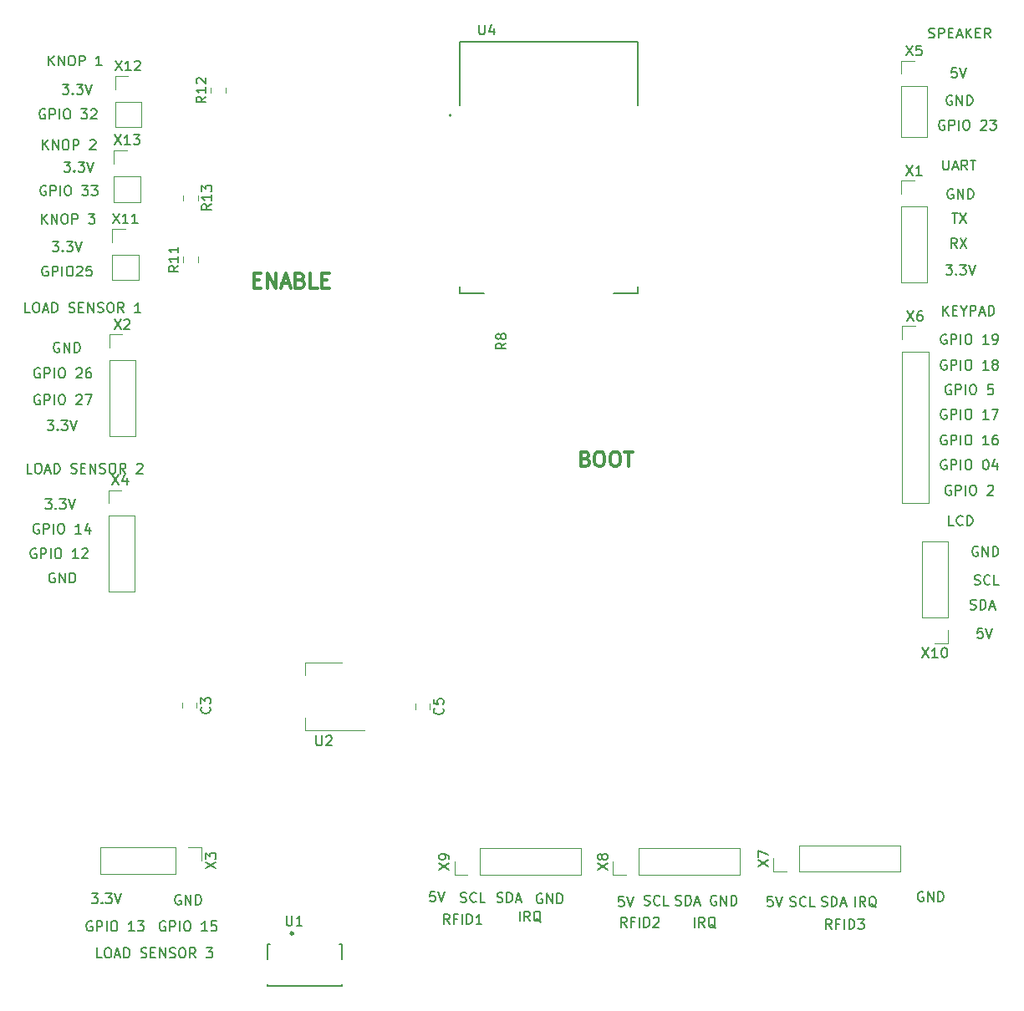
<source format=gbr>
%TF.GenerationSoftware,KiCad,Pcbnew,(6.0.2)*%
%TF.CreationDate,2022-05-17T13:53:54+02:00*%
%TF.ProjectId,PCB_VuilBak,5043425f-5675-4696-9c42-616b2e6b6963,rev?*%
%TF.SameCoordinates,Original*%
%TF.FileFunction,Legend,Top*%
%TF.FilePolarity,Positive*%
%FSLAX46Y46*%
G04 Gerber Fmt 4.6, Leading zero omitted, Abs format (unit mm)*
G04 Created by KiCad (PCBNEW (6.0.2)) date 2022-05-17 13:53:54*
%MOMM*%
%LPD*%
G01*
G04 APERTURE LIST*
%ADD10C,0.200000*%
%ADD11C,0.300000*%
%ADD12C,0.150000*%
%ADD13C,0.120000*%
%ADD14C,0.127000*%
G04 APERTURE END LIST*
D10*
X119736666Y-58550000D02*
X119641428Y-58502380D01*
X119498571Y-58502380D01*
X119355714Y-58550000D01*
X119260476Y-58645238D01*
X119212857Y-58740476D01*
X119165238Y-58930952D01*
X119165238Y-59073809D01*
X119212857Y-59264285D01*
X119260476Y-59359523D01*
X119355714Y-59454761D01*
X119498571Y-59502380D01*
X119593809Y-59502380D01*
X119736666Y-59454761D01*
X119784285Y-59407142D01*
X119784285Y-59073809D01*
X119593809Y-59073809D01*
X120212857Y-59502380D02*
X120212857Y-58502380D01*
X120593809Y-58502380D01*
X120689047Y-58550000D01*
X120736666Y-58597619D01*
X120784285Y-58692857D01*
X120784285Y-58835714D01*
X120736666Y-58930952D01*
X120689047Y-58978571D01*
X120593809Y-59026190D01*
X120212857Y-59026190D01*
X121212857Y-59502380D02*
X121212857Y-58502380D01*
X121879523Y-58502380D02*
X122070000Y-58502380D01*
X122165238Y-58550000D01*
X122260476Y-58645238D01*
X122308095Y-58835714D01*
X122308095Y-59169047D01*
X122260476Y-59359523D01*
X122165238Y-59454761D01*
X122070000Y-59502380D01*
X121879523Y-59502380D01*
X121784285Y-59454761D01*
X121689047Y-59359523D01*
X121641428Y-59169047D01*
X121641428Y-58835714D01*
X121689047Y-58645238D01*
X121784285Y-58550000D01*
X121879523Y-58502380D01*
X123450952Y-58597619D02*
X123498571Y-58550000D01*
X123593809Y-58502380D01*
X123831904Y-58502380D01*
X123927142Y-58550000D01*
X123974761Y-58597619D01*
X124022380Y-58692857D01*
X124022380Y-58788095D01*
X123974761Y-58930952D01*
X123403333Y-59502380D01*
X124022380Y-59502380D01*
X124879523Y-58502380D02*
X124689047Y-58502380D01*
X124593809Y-58550000D01*
X124546190Y-58597619D01*
X124450952Y-58740476D01*
X124403333Y-58930952D01*
X124403333Y-59311904D01*
X124450952Y-59407142D01*
X124498571Y-59454761D01*
X124593809Y-59502380D01*
X124784285Y-59502380D01*
X124879523Y-59454761D01*
X124927142Y-59407142D01*
X124974761Y-59311904D01*
X124974761Y-59073809D01*
X124927142Y-58978571D01*
X124879523Y-58930952D01*
X124784285Y-58883333D01*
X124593809Y-58883333D01*
X124498571Y-58930952D01*
X124450952Y-58978571D01*
X124403333Y-59073809D01*
X211551666Y-62725000D02*
X211456428Y-62677380D01*
X211313571Y-62677380D01*
X211170714Y-62725000D01*
X211075476Y-62820238D01*
X211027857Y-62915476D01*
X210980238Y-63105952D01*
X210980238Y-63248809D01*
X211027857Y-63439285D01*
X211075476Y-63534523D01*
X211170714Y-63629761D01*
X211313571Y-63677380D01*
X211408809Y-63677380D01*
X211551666Y-63629761D01*
X211599285Y-63582142D01*
X211599285Y-63248809D01*
X211408809Y-63248809D01*
X212027857Y-63677380D02*
X212027857Y-62677380D01*
X212408809Y-62677380D01*
X212504047Y-62725000D01*
X212551666Y-62772619D01*
X212599285Y-62867857D01*
X212599285Y-63010714D01*
X212551666Y-63105952D01*
X212504047Y-63153571D01*
X212408809Y-63201190D01*
X212027857Y-63201190D01*
X213027857Y-63677380D02*
X213027857Y-62677380D01*
X213694523Y-62677380D02*
X213885000Y-62677380D01*
X213980238Y-62725000D01*
X214075476Y-62820238D01*
X214123095Y-63010714D01*
X214123095Y-63344047D01*
X214075476Y-63534523D01*
X213980238Y-63629761D01*
X213885000Y-63677380D01*
X213694523Y-63677380D01*
X213599285Y-63629761D01*
X213504047Y-63534523D01*
X213456428Y-63344047D01*
X213456428Y-63010714D01*
X213504047Y-62820238D01*
X213599285Y-62725000D01*
X213694523Y-62677380D01*
X215837380Y-63677380D02*
X215265952Y-63677380D01*
X215551666Y-63677380D02*
X215551666Y-62677380D01*
X215456428Y-62820238D01*
X215361190Y-62915476D01*
X215265952Y-62963095D01*
X216170714Y-62677380D02*
X216837380Y-62677380D01*
X216408809Y-63677380D01*
X199926666Y-115352380D02*
X199593333Y-114876190D01*
X199355238Y-115352380D02*
X199355238Y-114352380D01*
X199736190Y-114352380D01*
X199831428Y-114400000D01*
X199879047Y-114447619D01*
X199926666Y-114542857D01*
X199926666Y-114685714D01*
X199879047Y-114780952D01*
X199831428Y-114828571D01*
X199736190Y-114876190D01*
X199355238Y-114876190D01*
X200688571Y-114828571D02*
X200355238Y-114828571D01*
X200355238Y-115352380D02*
X200355238Y-114352380D01*
X200831428Y-114352380D01*
X201212380Y-115352380D02*
X201212380Y-114352380D01*
X201688571Y-115352380D02*
X201688571Y-114352380D01*
X201926666Y-114352380D01*
X202069523Y-114400000D01*
X202164761Y-114495238D01*
X202212380Y-114590476D01*
X202260000Y-114780952D01*
X202260000Y-114923809D01*
X202212380Y-115114285D01*
X202164761Y-115209523D01*
X202069523Y-115304761D01*
X201926666Y-115352380D01*
X201688571Y-115352380D01*
X202593333Y-114352380D02*
X203212380Y-114352380D01*
X202879047Y-114733333D01*
X203021904Y-114733333D01*
X203117142Y-114780952D01*
X203164761Y-114828571D01*
X203212380Y-114923809D01*
X203212380Y-115161904D01*
X203164761Y-115257142D01*
X203117142Y-115304761D01*
X203021904Y-115352380D01*
X202736190Y-115352380D01*
X202640952Y-115304761D01*
X202593333Y-115257142D01*
X188238095Y-112000000D02*
X188142857Y-111952380D01*
X188000000Y-111952380D01*
X187857142Y-112000000D01*
X187761904Y-112095238D01*
X187714285Y-112190476D01*
X187666666Y-112380952D01*
X187666666Y-112523809D01*
X187714285Y-112714285D01*
X187761904Y-112809523D01*
X187857142Y-112904761D01*
X188000000Y-112952380D01*
X188095238Y-112952380D01*
X188238095Y-112904761D01*
X188285714Y-112857142D01*
X188285714Y-112523809D01*
X188095238Y-112523809D01*
X188714285Y-112952380D02*
X188714285Y-111952380D01*
X189285714Y-112952380D01*
X189285714Y-111952380D01*
X189761904Y-112952380D02*
X189761904Y-111952380D01*
X190000000Y-111952380D01*
X190142857Y-112000000D01*
X190238095Y-112095238D01*
X190285714Y-112190476D01*
X190333333Y-112380952D01*
X190333333Y-112523809D01*
X190285714Y-112714285D01*
X190238095Y-112809523D01*
X190142857Y-112904761D01*
X190000000Y-112952380D01*
X189761904Y-112952380D01*
X209780952Y-25004761D02*
X209923809Y-25052380D01*
X210161904Y-25052380D01*
X210257142Y-25004761D01*
X210304761Y-24957142D01*
X210352380Y-24861904D01*
X210352380Y-24766666D01*
X210304761Y-24671428D01*
X210257142Y-24623809D01*
X210161904Y-24576190D01*
X209971428Y-24528571D01*
X209876190Y-24480952D01*
X209828571Y-24433333D01*
X209780952Y-24338095D01*
X209780952Y-24242857D01*
X209828571Y-24147619D01*
X209876190Y-24100000D01*
X209971428Y-24052380D01*
X210209523Y-24052380D01*
X210352380Y-24100000D01*
X210780952Y-25052380D02*
X210780952Y-24052380D01*
X211161904Y-24052380D01*
X211257142Y-24100000D01*
X211304761Y-24147619D01*
X211352380Y-24242857D01*
X211352380Y-24385714D01*
X211304761Y-24480952D01*
X211257142Y-24528571D01*
X211161904Y-24576190D01*
X210780952Y-24576190D01*
X211780952Y-24528571D02*
X212114285Y-24528571D01*
X212257142Y-25052380D02*
X211780952Y-25052380D01*
X211780952Y-24052380D01*
X212257142Y-24052380D01*
X212638095Y-24766666D02*
X213114285Y-24766666D01*
X212542857Y-25052380D02*
X212876190Y-24052380D01*
X213209523Y-25052380D01*
X213542857Y-25052380D02*
X213542857Y-24052380D01*
X214114285Y-25052380D02*
X213685714Y-24480952D01*
X214114285Y-24052380D02*
X213542857Y-24623809D01*
X214542857Y-24528571D02*
X214876190Y-24528571D01*
X215019047Y-25052380D02*
X214542857Y-25052380D01*
X214542857Y-24052380D01*
X215019047Y-24052380D01*
X216019047Y-25052380D02*
X215685714Y-24576190D01*
X215447619Y-25052380D02*
X215447619Y-24052380D01*
X215828571Y-24052380D01*
X215923809Y-24100000D01*
X215971428Y-24147619D01*
X216019047Y-24242857D01*
X216019047Y-24385714D01*
X215971428Y-24480952D01*
X215923809Y-24528571D01*
X215828571Y-24576190D01*
X215447619Y-24576190D01*
X213985714Y-82924761D02*
X214128571Y-82972380D01*
X214366666Y-82972380D01*
X214461904Y-82924761D01*
X214509523Y-82877142D01*
X214557142Y-82781904D01*
X214557142Y-82686666D01*
X214509523Y-82591428D01*
X214461904Y-82543809D01*
X214366666Y-82496190D01*
X214176190Y-82448571D01*
X214080952Y-82400952D01*
X214033333Y-82353333D01*
X213985714Y-82258095D01*
X213985714Y-82162857D01*
X214033333Y-82067619D01*
X214080952Y-82020000D01*
X214176190Y-81972380D01*
X214414285Y-81972380D01*
X214557142Y-82020000D01*
X214985714Y-82972380D02*
X214985714Y-81972380D01*
X215223809Y-81972380D01*
X215366666Y-82020000D01*
X215461904Y-82115238D01*
X215509523Y-82210476D01*
X215557142Y-82400952D01*
X215557142Y-82543809D01*
X215509523Y-82734285D01*
X215461904Y-82829523D01*
X215366666Y-82924761D01*
X215223809Y-82972380D01*
X214985714Y-82972380D01*
X215938095Y-82686666D02*
X216414285Y-82686666D01*
X215842857Y-82972380D02*
X216176190Y-81972380D01*
X216509523Y-82972380D01*
X180969523Y-112904761D02*
X181112380Y-112952380D01*
X181350476Y-112952380D01*
X181445714Y-112904761D01*
X181493333Y-112857142D01*
X181540952Y-112761904D01*
X181540952Y-112666666D01*
X181493333Y-112571428D01*
X181445714Y-112523809D01*
X181350476Y-112476190D01*
X181160000Y-112428571D01*
X181064761Y-112380952D01*
X181017142Y-112333333D01*
X180969523Y-112238095D01*
X180969523Y-112142857D01*
X181017142Y-112047619D01*
X181064761Y-112000000D01*
X181160000Y-111952380D01*
X181398095Y-111952380D01*
X181540952Y-112000000D01*
X182540952Y-112857142D02*
X182493333Y-112904761D01*
X182350476Y-112952380D01*
X182255238Y-112952380D01*
X182112380Y-112904761D01*
X182017142Y-112809523D01*
X181969523Y-112714285D01*
X181921904Y-112523809D01*
X181921904Y-112380952D01*
X181969523Y-112190476D01*
X182017142Y-112095238D01*
X182112380Y-112000000D01*
X182255238Y-111952380D01*
X182350476Y-111952380D01*
X182493333Y-112000000D01*
X182540952Y-112047619D01*
X183445714Y-112952380D02*
X182969523Y-112952380D01*
X182969523Y-111952380D01*
X211204761Y-37437380D02*
X211204761Y-38246904D01*
X211252380Y-38342142D01*
X211300000Y-38389761D01*
X211395238Y-38437380D01*
X211585714Y-38437380D01*
X211680952Y-38389761D01*
X211728571Y-38342142D01*
X211776190Y-38246904D01*
X211776190Y-37437380D01*
X212204761Y-38151666D02*
X212680952Y-38151666D01*
X212109523Y-38437380D02*
X212442857Y-37437380D01*
X212776190Y-38437380D01*
X213680952Y-38437380D02*
X213347619Y-37961190D01*
X213109523Y-38437380D02*
X213109523Y-37437380D01*
X213490476Y-37437380D01*
X213585714Y-37485000D01*
X213633333Y-37532619D01*
X213680952Y-37627857D01*
X213680952Y-37770714D01*
X213633333Y-37865952D01*
X213585714Y-37913571D01*
X213490476Y-37961190D01*
X213109523Y-37961190D01*
X213966666Y-37437380D02*
X214538095Y-37437380D01*
X214252380Y-38437380D02*
X214252380Y-37437380D01*
X120532619Y-48225000D02*
X120437380Y-48177380D01*
X120294523Y-48177380D01*
X120151666Y-48225000D01*
X120056428Y-48320238D01*
X120008809Y-48415476D01*
X119961190Y-48605952D01*
X119961190Y-48748809D01*
X120008809Y-48939285D01*
X120056428Y-49034523D01*
X120151666Y-49129761D01*
X120294523Y-49177380D01*
X120389761Y-49177380D01*
X120532619Y-49129761D01*
X120580238Y-49082142D01*
X120580238Y-48748809D01*
X120389761Y-48748809D01*
X121008809Y-49177380D02*
X121008809Y-48177380D01*
X121389761Y-48177380D01*
X121485000Y-48225000D01*
X121532619Y-48272619D01*
X121580238Y-48367857D01*
X121580238Y-48510714D01*
X121532619Y-48605952D01*
X121485000Y-48653571D01*
X121389761Y-48701190D01*
X121008809Y-48701190D01*
X122008809Y-49177380D02*
X122008809Y-48177380D01*
X122675476Y-48177380D02*
X122865952Y-48177380D01*
X122961190Y-48225000D01*
X123056428Y-48320238D01*
X123104047Y-48510714D01*
X123104047Y-48844047D01*
X123056428Y-49034523D01*
X122961190Y-49129761D01*
X122865952Y-49177380D01*
X122675476Y-49177380D01*
X122580238Y-49129761D01*
X122485000Y-49034523D01*
X122437380Y-48844047D01*
X122437380Y-48510714D01*
X122485000Y-48320238D01*
X122580238Y-48225000D01*
X122675476Y-48177380D01*
X123485000Y-48272619D02*
X123532619Y-48225000D01*
X123627857Y-48177380D01*
X123865952Y-48177380D01*
X123961190Y-48225000D01*
X124008809Y-48272619D01*
X124056428Y-48367857D01*
X124056428Y-48463095D01*
X124008809Y-48605952D01*
X123437380Y-49177380D01*
X124056428Y-49177380D01*
X124961190Y-48177380D02*
X124485000Y-48177380D01*
X124437380Y-48653571D01*
X124485000Y-48605952D01*
X124580238Y-48558333D01*
X124818333Y-48558333D01*
X124913571Y-48605952D01*
X124961190Y-48653571D01*
X125008809Y-48748809D01*
X125008809Y-48986904D01*
X124961190Y-49082142D01*
X124913571Y-49129761D01*
X124818333Y-49177380D01*
X124580238Y-49177380D01*
X124485000Y-49129761D01*
X124437380Y-49082142D01*
X212223095Y-40385000D02*
X212127857Y-40337380D01*
X211985000Y-40337380D01*
X211842142Y-40385000D01*
X211746904Y-40480238D01*
X211699285Y-40575476D01*
X211651666Y-40765952D01*
X211651666Y-40908809D01*
X211699285Y-41099285D01*
X211746904Y-41194523D01*
X211842142Y-41289761D01*
X211985000Y-41337380D01*
X212080238Y-41337380D01*
X212223095Y-41289761D01*
X212270714Y-41242142D01*
X212270714Y-40908809D01*
X212080238Y-40908809D01*
X212699285Y-41337380D02*
X212699285Y-40337380D01*
X213270714Y-41337380D01*
X213270714Y-40337380D01*
X213746904Y-41337380D02*
X213746904Y-40337380D01*
X213985000Y-40337380D01*
X214127857Y-40385000D01*
X214223095Y-40480238D01*
X214270714Y-40575476D01*
X214318333Y-40765952D01*
X214318333Y-40908809D01*
X214270714Y-41099285D01*
X214223095Y-41194523D01*
X214127857Y-41289761D01*
X213985000Y-41337380D01*
X213746904Y-41337380D01*
X121238095Y-79300000D02*
X121142857Y-79252380D01*
X121000000Y-79252380D01*
X120857142Y-79300000D01*
X120761904Y-79395238D01*
X120714285Y-79490476D01*
X120666666Y-79680952D01*
X120666666Y-79823809D01*
X120714285Y-80014285D01*
X120761904Y-80109523D01*
X120857142Y-80204761D01*
X121000000Y-80252380D01*
X121095238Y-80252380D01*
X121238095Y-80204761D01*
X121285714Y-80157142D01*
X121285714Y-79823809D01*
X121095238Y-79823809D01*
X121714285Y-80252380D02*
X121714285Y-79252380D01*
X122285714Y-80252380D01*
X122285714Y-79252380D01*
X122761904Y-80252380D02*
X122761904Y-79252380D01*
X123000000Y-79252380D01*
X123142857Y-79300000D01*
X123238095Y-79395238D01*
X123285714Y-79490476D01*
X123333333Y-79680952D01*
X123333333Y-79823809D01*
X123285714Y-80014285D01*
X123238095Y-80109523D01*
X123142857Y-80204761D01*
X123000000Y-80252380D01*
X122761904Y-80252380D01*
X134003095Y-111925000D02*
X133907857Y-111877380D01*
X133765000Y-111877380D01*
X133622142Y-111925000D01*
X133526904Y-112020238D01*
X133479285Y-112115476D01*
X133431666Y-112305952D01*
X133431666Y-112448809D01*
X133479285Y-112639285D01*
X133526904Y-112734523D01*
X133622142Y-112829761D01*
X133765000Y-112877380D01*
X133860238Y-112877380D01*
X134003095Y-112829761D01*
X134050714Y-112782142D01*
X134050714Y-112448809D01*
X133860238Y-112448809D01*
X134479285Y-112877380D02*
X134479285Y-111877380D01*
X135050714Y-112877380D01*
X135050714Y-111877380D01*
X135526904Y-112877380D02*
X135526904Y-111877380D01*
X135765000Y-111877380D01*
X135907857Y-111925000D01*
X136003095Y-112020238D01*
X136050714Y-112115476D01*
X136098333Y-112305952D01*
X136098333Y-112448809D01*
X136050714Y-112639285D01*
X136003095Y-112734523D01*
X135907857Y-112829761D01*
X135765000Y-112877380D01*
X135526904Y-112877380D01*
X214409523Y-80424761D02*
X214552380Y-80472380D01*
X214790476Y-80472380D01*
X214885714Y-80424761D01*
X214933333Y-80377142D01*
X214980952Y-80281904D01*
X214980952Y-80186666D01*
X214933333Y-80091428D01*
X214885714Y-80043809D01*
X214790476Y-79996190D01*
X214600000Y-79948571D01*
X214504761Y-79900952D01*
X214457142Y-79853333D01*
X214409523Y-79758095D01*
X214409523Y-79662857D01*
X214457142Y-79567619D01*
X214504761Y-79520000D01*
X214600000Y-79472380D01*
X214838095Y-79472380D01*
X214980952Y-79520000D01*
X215980952Y-80377142D02*
X215933333Y-80424761D01*
X215790476Y-80472380D01*
X215695238Y-80472380D01*
X215552380Y-80424761D01*
X215457142Y-80329523D01*
X215409523Y-80234285D01*
X215361904Y-80043809D01*
X215361904Y-79900952D01*
X215409523Y-79710476D01*
X215457142Y-79615238D01*
X215552380Y-79520000D01*
X215695238Y-79472380D01*
X215790476Y-79472380D01*
X215933333Y-79520000D01*
X215980952Y-79567619D01*
X216885714Y-80472380D02*
X216409523Y-80472380D01*
X216409523Y-79472380D01*
X212123095Y-42837380D02*
X212694523Y-42837380D01*
X212408809Y-43837380D02*
X212408809Y-42837380D01*
X212932619Y-42837380D02*
X213599285Y-43837380D01*
X213599285Y-42837380D02*
X212932619Y-43837380D01*
X198920714Y-113004761D02*
X199063571Y-113052380D01*
X199301666Y-113052380D01*
X199396904Y-113004761D01*
X199444523Y-112957142D01*
X199492142Y-112861904D01*
X199492142Y-112766666D01*
X199444523Y-112671428D01*
X199396904Y-112623809D01*
X199301666Y-112576190D01*
X199111190Y-112528571D01*
X199015952Y-112480952D01*
X198968333Y-112433333D01*
X198920714Y-112338095D01*
X198920714Y-112242857D01*
X198968333Y-112147619D01*
X199015952Y-112100000D01*
X199111190Y-112052380D01*
X199349285Y-112052380D01*
X199492142Y-112100000D01*
X199920714Y-113052380D02*
X199920714Y-112052380D01*
X200158809Y-112052380D01*
X200301666Y-112100000D01*
X200396904Y-112195238D01*
X200444523Y-112290476D01*
X200492142Y-112480952D01*
X200492142Y-112623809D01*
X200444523Y-112814285D01*
X200396904Y-112909523D01*
X200301666Y-113004761D01*
X200158809Y-113052380D01*
X199920714Y-113052380D01*
X200873095Y-112766666D02*
X201349285Y-112766666D01*
X200777857Y-113052380D02*
X201111190Y-112052380D01*
X201444523Y-113052380D01*
X212027857Y-60225000D02*
X211932619Y-60177380D01*
X211789761Y-60177380D01*
X211646904Y-60225000D01*
X211551666Y-60320238D01*
X211504047Y-60415476D01*
X211456428Y-60605952D01*
X211456428Y-60748809D01*
X211504047Y-60939285D01*
X211551666Y-61034523D01*
X211646904Y-61129761D01*
X211789761Y-61177380D01*
X211885000Y-61177380D01*
X212027857Y-61129761D01*
X212075476Y-61082142D01*
X212075476Y-60748809D01*
X211885000Y-60748809D01*
X212504047Y-61177380D02*
X212504047Y-60177380D01*
X212885000Y-60177380D01*
X212980238Y-60225000D01*
X213027857Y-60272619D01*
X213075476Y-60367857D01*
X213075476Y-60510714D01*
X213027857Y-60605952D01*
X212980238Y-60653571D01*
X212885000Y-60701190D01*
X212504047Y-60701190D01*
X213504047Y-61177380D02*
X213504047Y-60177380D01*
X214170714Y-60177380D02*
X214361190Y-60177380D01*
X214456428Y-60225000D01*
X214551666Y-60320238D01*
X214599285Y-60510714D01*
X214599285Y-60844047D01*
X214551666Y-61034523D01*
X214456428Y-61129761D01*
X214361190Y-61177380D01*
X214170714Y-61177380D01*
X214075476Y-61129761D01*
X213980238Y-61034523D01*
X213932619Y-60844047D01*
X213932619Y-60510714D01*
X213980238Y-60320238D01*
X214075476Y-60225000D01*
X214170714Y-60177380D01*
X216265952Y-60177380D02*
X215789761Y-60177380D01*
X215742142Y-60653571D01*
X215789761Y-60605952D01*
X215885000Y-60558333D01*
X216123095Y-60558333D01*
X216218333Y-60605952D01*
X216265952Y-60653571D01*
X216313571Y-60748809D01*
X216313571Y-60986904D01*
X216265952Y-61082142D01*
X216218333Y-61129761D01*
X216123095Y-61177380D01*
X215885000Y-61177380D01*
X215789761Y-61129761D01*
X215742142Y-61082142D01*
X168336190Y-114552380D02*
X168336190Y-113552380D01*
X169383809Y-114552380D02*
X169050476Y-114076190D01*
X168812380Y-114552380D02*
X168812380Y-113552380D01*
X169193333Y-113552380D01*
X169288571Y-113600000D01*
X169336190Y-113647619D01*
X169383809Y-113742857D01*
X169383809Y-113885714D01*
X169336190Y-113980952D01*
X169288571Y-114028571D01*
X169193333Y-114076190D01*
X168812380Y-114076190D01*
X170479047Y-114647619D02*
X170383809Y-114600000D01*
X170288571Y-114504761D01*
X170145714Y-114361904D01*
X170050476Y-114314285D01*
X169955238Y-114314285D01*
X170002857Y-114552380D02*
X169907619Y-114504761D01*
X169812380Y-114409523D01*
X169764761Y-114219047D01*
X169764761Y-113885714D01*
X169812380Y-113695238D01*
X169907619Y-113600000D01*
X170002857Y-113552380D01*
X170193333Y-113552380D01*
X170288571Y-113600000D01*
X170383809Y-113695238D01*
X170431428Y-113885714D01*
X170431428Y-114219047D01*
X170383809Y-114409523D01*
X170288571Y-114504761D01*
X170193333Y-114552380D01*
X170002857Y-114552380D01*
X211551666Y-67825000D02*
X211456428Y-67777380D01*
X211313571Y-67777380D01*
X211170714Y-67825000D01*
X211075476Y-67920238D01*
X211027857Y-68015476D01*
X210980238Y-68205952D01*
X210980238Y-68348809D01*
X211027857Y-68539285D01*
X211075476Y-68634523D01*
X211170714Y-68729761D01*
X211313571Y-68777380D01*
X211408809Y-68777380D01*
X211551666Y-68729761D01*
X211599285Y-68682142D01*
X211599285Y-68348809D01*
X211408809Y-68348809D01*
X212027857Y-68777380D02*
X212027857Y-67777380D01*
X212408809Y-67777380D01*
X212504047Y-67825000D01*
X212551666Y-67872619D01*
X212599285Y-67967857D01*
X212599285Y-68110714D01*
X212551666Y-68205952D01*
X212504047Y-68253571D01*
X212408809Y-68301190D01*
X212027857Y-68301190D01*
X213027857Y-68777380D02*
X213027857Y-67777380D01*
X213694523Y-67777380D02*
X213885000Y-67777380D01*
X213980238Y-67825000D01*
X214075476Y-67920238D01*
X214123095Y-68110714D01*
X214123095Y-68444047D01*
X214075476Y-68634523D01*
X213980238Y-68729761D01*
X213885000Y-68777380D01*
X213694523Y-68777380D01*
X213599285Y-68729761D01*
X213504047Y-68634523D01*
X213456428Y-68444047D01*
X213456428Y-68110714D01*
X213504047Y-67920238D01*
X213599285Y-67825000D01*
X213694523Y-67777380D01*
X215504047Y-67777380D02*
X215599285Y-67777380D01*
X215694523Y-67825000D01*
X215742142Y-67872619D01*
X215789761Y-67967857D01*
X215837380Y-68158333D01*
X215837380Y-68396428D01*
X215789761Y-68586904D01*
X215742142Y-68682142D01*
X215694523Y-68729761D01*
X215599285Y-68777380D01*
X215504047Y-68777380D01*
X215408809Y-68729761D01*
X215361190Y-68682142D01*
X215313571Y-68586904D01*
X215265952Y-68396428D01*
X215265952Y-68158333D01*
X215313571Y-67967857D01*
X215361190Y-67872619D01*
X215408809Y-67825000D01*
X215504047Y-67777380D01*
X216694523Y-68110714D02*
X216694523Y-68777380D01*
X216456428Y-67729761D02*
X216218333Y-68444047D01*
X216837380Y-68444047D01*
X132426666Y-114600000D02*
X132331428Y-114552380D01*
X132188571Y-114552380D01*
X132045714Y-114600000D01*
X131950476Y-114695238D01*
X131902857Y-114790476D01*
X131855238Y-114980952D01*
X131855238Y-115123809D01*
X131902857Y-115314285D01*
X131950476Y-115409523D01*
X132045714Y-115504761D01*
X132188571Y-115552380D01*
X132283809Y-115552380D01*
X132426666Y-115504761D01*
X132474285Y-115457142D01*
X132474285Y-115123809D01*
X132283809Y-115123809D01*
X132902857Y-115552380D02*
X132902857Y-114552380D01*
X133283809Y-114552380D01*
X133379047Y-114600000D01*
X133426666Y-114647619D01*
X133474285Y-114742857D01*
X133474285Y-114885714D01*
X133426666Y-114980952D01*
X133379047Y-115028571D01*
X133283809Y-115076190D01*
X132902857Y-115076190D01*
X133902857Y-115552380D02*
X133902857Y-114552380D01*
X134569523Y-114552380D02*
X134760000Y-114552380D01*
X134855238Y-114600000D01*
X134950476Y-114695238D01*
X134998095Y-114885714D01*
X134998095Y-115219047D01*
X134950476Y-115409523D01*
X134855238Y-115504761D01*
X134760000Y-115552380D01*
X134569523Y-115552380D01*
X134474285Y-115504761D01*
X134379047Y-115409523D01*
X134331428Y-115219047D01*
X134331428Y-114885714D01*
X134379047Y-114695238D01*
X134474285Y-114600000D01*
X134569523Y-114552380D01*
X136712380Y-115552380D02*
X136140952Y-115552380D01*
X136426666Y-115552380D02*
X136426666Y-114552380D01*
X136331428Y-114695238D01*
X136236190Y-114790476D01*
X136140952Y-114838095D01*
X137617142Y-114552380D02*
X137140952Y-114552380D01*
X137093333Y-115028571D01*
X137140952Y-114980952D01*
X137236190Y-114933333D01*
X137474285Y-114933333D01*
X137569523Y-114980952D01*
X137617142Y-115028571D01*
X137664761Y-115123809D01*
X137664761Y-115361904D01*
X137617142Y-115457142D01*
X137569523Y-115504761D01*
X137474285Y-115552380D01*
X137236190Y-115552380D01*
X137140952Y-115504761D01*
X137093333Y-115457142D01*
X214738095Y-76620000D02*
X214642857Y-76572380D01*
X214500000Y-76572380D01*
X214357142Y-76620000D01*
X214261904Y-76715238D01*
X214214285Y-76810476D01*
X214166666Y-77000952D01*
X214166666Y-77143809D01*
X214214285Y-77334285D01*
X214261904Y-77429523D01*
X214357142Y-77524761D01*
X214500000Y-77572380D01*
X214595238Y-77572380D01*
X214738095Y-77524761D01*
X214785714Y-77477142D01*
X214785714Y-77143809D01*
X214595238Y-77143809D01*
X215214285Y-77572380D02*
X215214285Y-76572380D01*
X215785714Y-77572380D01*
X215785714Y-76572380D01*
X216261904Y-77572380D02*
X216261904Y-76572380D01*
X216500000Y-76572380D01*
X216642857Y-76620000D01*
X216738095Y-76715238D01*
X216785714Y-76810476D01*
X216833333Y-77000952D01*
X216833333Y-77143809D01*
X216785714Y-77334285D01*
X216738095Y-77429523D01*
X216642857Y-77524761D01*
X216500000Y-77572380D01*
X216261904Y-77572380D01*
X212594523Y-28077380D02*
X212118333Y-28077380D01*
X212070714Y-28553571D01*
X212118333Y-28505952D01*
X212213571Y-28458333D01*
X212451666Y-28458333D01*
X212546904Y-28505952D01*
X212594523Y-28553571D01*
X212642142Y-28648809D01*
X212642142Y-28886904D01*
X212594523Y-28982142D01*
X212546904Y-29029761D01*
X212451666Y-29077380D01*
X212213571Y-29077380D01*
X212118333Y-29029761D01*
X212070714Y-28982142D01*
X212927857Y-28077380D02*
X213261190Y-29077380D01*
X213594523Y-28077380D01*
X120633333Y-27852380D02*
X120633333Y-26852380D01*
X121204761Y-27852380D02*
X120776190Y-27280952D01*
X121204761Y-26852380D02*
X120633333Y-27423809D01*
X121633333Y-27852380D02*
X121633333Y-26852380D01*
X122204761Y-27852380D01*
X122204761Y-26852380D01*
X122871428Y-26852380D02*
X123061904Y-26852380D01*
X123157142Y-26900000D01*
X123252380Y-26995238D01*
X123300000Y-27185714D01*
X123300000Y-27519047D01*
X123252380Y-27709523D01*
X123157142Y-27804761D01*
X123061904Y-27852380D01*
X122871428Y-27852380D01*
X122776190Y-27804761D01*
X122680952Y-27709523D01*
X122633333Y-27519047D01*
X122633333Y-27185714D01*
X122680952Y-26995238D01*
X122776190Y-26900000D01*
X122871428Y-26852380D01*
X123728571Y-27852380D02*
X123728571Y-26852380D01*
X124109523Y-26852380D01*
X124204761Y-26900000D01*
X124252380Y-26947619D01*
X124300000Y-27042857D01*
X124300000Y-27185714D01*
X124252380Y-27280952D01*
X124204761Y-27328571D01*
X124109523Y-27376190D01*
X123728571Y-27376190D01*
X126014285Y-27852380D02*
X125442857Y-27852380D01*
X125728571Y-27852380D02*
X125728571Y-26852380D01*
X125633333Y-26995238D01*
X125538095Y-27090476D01*
X125442857Y-27138095D01*
X121008809Y-45677380D02*
X121627857Y-45677380D01*
X121294523Y-46058333D01*
X121437380Y-46058333D01*
X121532619Y-46105952D01*
X121580238Y-46153571D01*
X121627857Y-46248809D01*
X121627857Y-46486904D01*
X121580238Y-46582142D01*
X121532619Y-46629761D01*
X121437380Y-46677380D01*
X121151666Y-46677380D01*
X121056428Y-46629761D01*
X121008809Y-46582142D01*
X122056428Y-46582142D02*
X122104047Y-46629761D01*
X122056428Y-46677380D01*
X122008809Y-46629761D01*
X122056428Y-46582142D01*
X122056428Y-46677380D01*
X122437380Y-45677380D02*
X123056428Y-45677380D01*
X122723095Y-46058333D01*
X122865952Y-46058333D01*
X122961190Y-46105952D01*
X123008809Y-46153571D01*
X123056428Y-46248809D01*
X123056428Y-46486904D01*
X123008809Y-46582142D01*
X122961190Y-46629761D01*
X122865952Y-46677380D01*
X122580238Y-46677380D01*
X122485000Y-46629761D01*
X122437380Y-46582142D01*
X123342142Y-45677380D02*
X123675476Y-46677380D01*
X124008809Y-45677380D01*
X118951666Y-69177380D02*
X118475476Y-69177380D01*
X118475476Y-68177380D01*
X119475476Y-68177380D02*
X119665952Y-68177380D01*
X119761190Y-68225000D01*
X119856428Y-68320238D01*
X119904047Y-68510714D01*
X119904047Y-68844047D01*
X119856428Y-69034523D01*
X119761190Y-69129761D01*
X119665952Y-69177380D01*
X119475476Y-69177380D01*
X119380238Y-69129761D01*
X119285000Y-69034523D01*
X119237380Y-68844047D01*
X119237380Y-68510714D01*
X119285000Y-68320238D01*
X119380238Y-68225000D01*
X119475476Y-68177380D01*
X120285000Y-68891666D02*
X120761190Y-68891666D01*
X120189761Y-69177380D02*
X120523095Y-68177380D01*
X120856428Y-69177380D01*
X121189761Y-69177380D02*
X121189761Y-68177380D01*
X121427857Y-68177380D01*
X121570714Y-68225000D01*
X121665952Y-68320238D01*
X121713571Y-68415476D01*
X121761190Y-68605952D01*
X121761190Y-68748809D01*
X121713571Y-68939285D01*
X121665952Y-69034523D01*
X121570714Y-69129761D01*
X121427857Y-69177380D01*
X121189761Y-69177380D01*
X122904047Y-69129761D02*
X123046904Y-69177380D01*
X123285000Y-69177380D01*
X123380238Y-69129761D01*
X123427857Y-69082142D01*
X123475476Y-68986904D01*
X123475476Y-68891666D01*
X123427857Y-68796428D01*
X123380238Y-68748809D01*
X123285000Y-68701190D01*
X123094523Y-68653571D01*
X122999285Y-68605952D01*
X122951666Y-68558333D01*
X122904047Y-68463095D01*
X122904047Y-68367857D01*
X122951666Y-68272619D01*
X122999285Y-68225000D01*
X123094523Y-68177380D01*
X123332619Y-68177380D01*
X123475476Y-68225000D01*
X123904047Y-68653571D02*
X124237380Y-68653571D01*
X124380238Y-69177380D02*
X123904047Y-69177380D01*
X123904047Y-68177380D01*
X124380238Y-68177380D01*
X124808809Y-69177380D02*
X124808809Y-68177380D01*
X125380238Y-69177380D01*
X125380238Y-68177380D01*
X125808809Y-69129761D02*
X125951666Y-69177380D01*
X126189761Y-69177380D01*
X126285000Y-69129761D01*
X126332619Y-69082142D01*
X126380238Y-68986904D01*
X126380238Y-68891666D01*
X126332619Y-68796428D01*
X126285000Y-68748809D01*
X126189761Y-68701190D01*
X125999285Y-68653571D01*
X125904047Y-68605952D01*
X125856428Y-68558333D01*
X125808809Y-68463095D01*
X125808809Y-68367857D01*
X125856428Y-68272619D01*
X125904047Y-68225000D01*
X125999285Y-68177380D01*
X126237380Y-68177380D01*
X126380238Y-68225000D01*
X126999285Y-68177380D02*
X127189761Y-68177380D01*
X127285000Y-68225000D01*
X127380238Y-68320238D01*
X127427857Y-68510714D01*
X127427857Y-68844047D01*
X127380238Y-69034523D01*
X127285000Y-69129761D01*
X127189761Y-69177380D01*
X126999285Y-69177380D01*
X126904047Y-69129761D01*
X126808809Y-69034523D01*
X126761190Y-68844047D01*
X126761190Y-68510714D01*
X126808809Y-68320238D01*
X126904047Y-68225000D01*
X126999285Y-68177380D01*
X128427857Y-69177380D02*
X128094523Y-68701190D01*
X127856428Y-69177380D02*
X127856428Y-68177380D01*
X128237380Y-68177380D01*
X128332619Y-68225000D01*
X128380238Y-68272619D01*
X128427857Y-68367857D01*
X128427857Y-68510714D01*
X128380238Y-68605952D01*
X128332619Y-68653571D01*
X128237380Y-68701190D01*
X127856428Y-68701190D01*
X129570714Y-68272619D02*
X129618333Y-68225000D01*
X129713571Y-68177380D01*
X129951666Y-68177380D01*
X130046904Y-68225000D01*
X130094523Y-68272619D01*
X130142142Y-68367857D01*
X130142142Y-68463095D01*
X130094523Y-68605952D01*
X129523095Y-69177380D01*
X130142142Y-69177380D01*
X211213571Y-53177380D02*
X211213571Y-52177380D01*
X211785000Y-53177380D02*
X211356428Y-52605952D01*
X211785000Y-52177380D02*
X211213571Y-52748809D01*
X212213571Y-52653571D02*
X212546904Y-52653571D01*
X212689761Y-53177380D02*
X212213571Y-53177380D01*
X212213571Y-52177380D01*
X212689761Y-52177380D01*
X213308809Y-52701190D02*
X213308809Y-53177380D01*
X212975476Y-52177380D02*
X213308809Y-52701190D01*
X213642142Y-52177380D01*
X213975476Y-53177380D02*
X213975476Y-52177380D01*
X214356428Y-52177380D01*
X214451666Y-52225000D01*
X214499285Y-52272619D01*
X214546904Y-52367857D01*
X214546904Y-52510714D01*
X214499285Y-52605952D01*
X214451666Y-52653571D01*
X214356428Y-52701190D01*
X213975476Y-52701190D01*
X214927857Y-52891666D02*
X215404047Y-52891666D01*
X214832619Y-53177380D02*
X215165952Y-52177380D01*
X215499285Y-53177380D01*
X215832619Y-53177380D02*
X215832619Y-52177380D01*
X216070714Y-52177380D01*
X216213571Y-52225000D01*
X216308809Y-52320238D01*
X216356428Y-52415476D01*
X216404047Y-52605952D01*
X216404047Y-52748809D01*
X216356428Y-52939285D01*
X216308809Y-53034523D01*
X216213571Y-53129761D01*
X216070714Y-53177380D01*
X215832619Y-53177380D01*
X126026666Y-118252380D02*
X125550476Y-118252380D01*
X125550476Y-117252380D01*
X126550476Y-117252380D02*
X126740952Y-117252380D01*
X126836190Y-117300000D01*
X126931428Y-117395238D01*
X126979047Y-117585714D01*
X126979047Y-117919047D01*
X126931428Y-118109523D01*
X126836190Y-118204761D01*
X126740952Y-118252380D01*
X126550476Y-118252380D01*
X126455238Y-118204761D01*
X126360000Y-118109523D01*
X126312380Y-117919047D01*
X126312380Y-117585714D01*
X126360000Y-117395238D01*
X126455238Y-117300000D01*
X126550476Y-117252380D01*
X127360000Y-117966666D02*
X127836190Y-117966666D01*
X127264761Y-118252380D02*
X127598095Y-117252380D01*
X127931428Y-118252380D01*
X128264761Y-118252380D02*
X128264761Y-117252380D01*
X128502857Y-117252380D01*
X128645714Y-117300000D01*
X128740952Y-117395238D01*
X128788571Y-117490476D01*
X128836190Y-117680952D01*
X128836190Y-117823809D01*
X128788571Y-118014285D01*
X128740952Y-118109523D01*
X128645714Y-118204761D01*
X128502857Y-118252380D01*
X128264761Y-118252380D01*
X129979047Y-118204761D02*
X130121904Y-118252380D01*
X130360000Y-118252380D01*
X130455238Y-118204761D01*
X130502857Y-118157142D01*
X130550476Y-118061904D01*
X130550476Y-117966666D01*
X130502857Y-117871428D01*
X130455238Y-117823809D01*
X130360000Y-117776190D01*
X130169523Y-117728571D01*
X130074285Y-117680952D01*
X130026666Y-117633333D01*
X129979047Y-117538095D01*
X129979047Y-117442857D01*
X130026666Y-117347619D01*
X130074285Y-117300000D01*
X130169523Y-117252380D01*
X130407619Y-117252380D01*
X130550476Y-117300000D01*
X130979047Y-117728571D02*
X131312380Y-117728571D01*
X131455238Y-118252380D02*
X130979047Y-118252380D01*
X130979047Y-117252380D01*
X131455238Y-117252380D01*
X131883809Y-118252380D02*
X131883809Y-117252380D01*
X132455238Y-118252380D01*
X132455238Y-117252380D01*
X132883809Y-118204761D02*
X133026666Y-118252380D01*
X133264761Y-118252380D01*
X133360000Y-118204761D01*
X133407619Y-118157142D01*
X133455238Y-118061904D01*
X133455238Y-117966666D01*
X133407619Y-117871428D01*
X133360000Y-117823809D01*
X133264761Y-117776190D01*
X133074285Y-117728571D01*
X132979047Y-117680952D01*
X132931428Y-117633333D01*
X132883809Y-117538095D01*
X132883809Y-117442857D01*
X132931428Y-117347619D01*
X132979047Y-117300000D01*
X133074285Y-117252380D01*
X133312380Y-117252380D01*
X133455238Y-117300000D01*
X134074285Y-117252380D02*
X134264761Y-117252380D01*
X134360000Y-117300000D01*
X134455238Y-117395238D01*
X134502857Y-117585714D01*
X134502857Y-117919047D01*
X134455238Y-118109523D01*
X134360000Y-118204761D01*
X134264761Y-118252380D01*
X134074285Y-118252380D01*
X133979047Y-118204761D01*
X133883809Y-118109523D01*
X133836190Y-117919047D01*
X133836190Y-117585714D01*
X133883809Y-117395238D01*
X133979047Y-117300000D01*
X134074285Y-117252380D01*
X135502857Y-118252380D02*
X135169523Y-117776190D01*
X134931428Y-118252380D02*
X134931428Y-117252380D01*
X135312380Y-117252380D01*
X135407619Y-117300000D01*
X135455238Y-117347619D01*
X135502857Y-117442857D01*
X135502857Y-117585714D01*
X135455238Y-117680952D01*
X135407619Y-117728571D01*
X135312380Y-117776190D01*
X134931428Y-117776190D01*
X136598095Y-117252380D02*
X137217142Y-117252380D01*
X136883809Y-117633333D01*
X137026666Y-117633333D01*
X137121904Y-117680952D01*
X137169523Y-117728571D01*
X137217142Y-117823809D01*
X137217142Y-118061904D01*
X137169523Y-118157142D01*
X137121904Y-118204761D01*
X137026666Y-118252380D01*
X136740952Y-118252380D01*
X136645714Y-118204761D01*
X136598095Y-118157142D01*
X212618333Y-46337380D02*
X212285000Y-45861190D01*
X212046904Y-46337380D02*
X212046904Y-45337380D01*
X212427857Y-45337380D01*
X212523095Y-45385000D01*
X212570714Y-45432619D01*
X212618333Y-45527857D01*
X212618333Y-45670714D01*
X212570714Y-45765952D01*
X212523095Y-45813571D01*
X212427857Y-45861190D01*
X212046904Y-45861190D01*
X212951666Y-45337380D02*
X213618333Y-46337380D01*
X213618333Y-45337380D02*
X212951666Y-46337380D01*
X211508809Y-48037380D02*
X212127857Y-48037380D01*
X211794523Y-48418333D01*
X211937380Y-48418333D01*
X212032619Y-48465952D01*
X212080238Y-48513571D01*
X212127857Y-48608809D01*
X212127857Y-48846904D01*
X212080238Y-48942142D01*
X212032619Y-48989761D01*
X211937380Y-49037380D01*
X211651666Y-49037380D01*
X211556428Y-48989761D01*
X211508809Y-48942142D01*
X212556428Y-48942142D02*
X212604047Y-48989761D01*
X212556428Y-49037380D01*
X212508809Y-48989761D01*
X212556428Y-48942142D01*
X212556428Y-49037380D01*
X212937380Y-48037380D02*
X213556428Y-48037380D01*
X213223095Y-48418333D01*
X213365952Y-48418333D01*
X213461190Y-48465952D01*
X213508809Y-48513571D01*
X213556428Y-48608809D01*
X213556428Y-48846904D01*
X213508809Y-48942142D01*
X213461190Y-48989761D01*
X213365952Y-49037380D01*
X213080238Y-49037380D01*
X212985000Y-48989761D01*
X212937380Y-48942142D01*
X213842142Y-48037380D02*
X214175476Y-49037380D01*
X214508809Y-48037380D01*
X125026666Y-114600000D02*
X124931428Y-114552380D01*
X124788571Y-114552380D01*
X124645714Y-114600000D01*
X124550476Y-114695238D01*
X124502857Y-114790476D01*
X124455238Y-114980952D01*
X124455238Y-115123809D01*
X124502857Y-115314285D01*
X124550476Y-115409523D01*
X124645714Y-115504761D01*
X124788571Y-115552380D01*
X124883809Y-115552380D01*
X125026666Y-115504761D01*
X125074285Y-115457142D01*
X125074285Y-115123809D01*
X124883809Y-115123809D01*
X125502857Y-115552380D02*
X125502857Y-114552380D01*
X125883809Y-114552380D01*
X125979047Y-114600000D01*
X126026666Y-114647619D01*
X126074285Y-114742857D01*
X126074285Y-114885714D01*
X126026666Y-114980952D01*
X125979047Y-115028571D01*
X125883809Y-115076190D01*
X125502857Y-115076190D01*
X126502857Y-115552380D02*
X126502857Y-114552380D01*
X127169523Y-114552380D02*
X127360000Y-114552380D01*
X127455238Y-114600000D01*
X127550476Y-114695238D01*
X127598095Y-114885714D01*
X127598095Y-115219047D01*
X127550476Y-115409523D01*
X127455238Y-115504761D01*
X127360000Y-115552380D01*
X127169523Y-115552380D01*
X127074285Y-115504761D01*
X126979047Y-115409523D01*
X126931428Y-115219047D01*
X126931428Y-114885714D01*
X126979047Y-114695238D01*
X127074285Y-114600000D01*
X127169523Y-114552380D01*
X129312380Y-115552380D02*
X128740952Y-115552380D01*
X129026666Y-115552380D02*
X129026666Y-114552380D01*
X128931428Y-114695238D01*
X128836190Y-114790476D01*
X128740952Y-114838095D01*
X129645714Y-114552380D02*
X130264761Y-114552380D01*
X129931428Y-114933333D01*
X130074285Y-114933333D01*
X130169523Y-114980952D01*
X130217142Y-115028571D01*
X130264761Y-115123809D01*
X130264761Y-115361904D01*
X130217142Y-115457142D01*
X130169523Y-115504761D01*
X130074285Y-115552380D01*
X129788571Y-115552380D01*
X129693333Y-115504761D01*
X129645714Y-115457142D01*
X193944523Y-112052380D02*
X193468333Y-112052380D01*
X193420714Y-112528571D01*
X193468333Y-112480952D01*
X193563571Y-112433333D01*
X193801666Y-112433333D01*
X193896904Y-112480952D01*
X193944523Y-112528571D01*
X193992142Y-112623809D01*
X193992142Y-112861904D01*
X193944523Y-112957142D01*
X193896904Y-113004761D01*
X193801666Y-113052380D01*
X193563571Y-113052380D01*
X193468333Y-113004761D01*
X193420714Y-112957142D01*
X194277857Y-112052380D02*
X194611190Y-113052380D01*
X194944523Y-112052380D01*
X119918333Y-43877380D02*
X119918333Y-42877380D01*
X120489761Y-43877380D02*
X120061190Y-43305952D01*
X120489761Y-42877380D02*
X119918333Y-43448809D01*
X120918333Y-43877380D02*
X120918333Y-42877380D01*
X121489761Y-43877380D01*
X121489761Y-42877380D01*
X122156428Y-42877380D02*
X122346904Y-42877380D01*
X122442142Y-42925000D01*
X122537380Y-43020238D01*
X122585000Y-43210714D01*
X122585000Y-43544047D01*
X122537380Y-43734523D01*
X122442142Y-43829761D01*
X122346904Y-43877380D01*
X122156428Y-43877380D01*
X122061190Y-43829761D01*
X121965952Y-43734523D01*
X121918333Y-43544047D01*
X121918333Y-43210714D01*
X121965952Y-43020238D01*
X122061190Y-42925000D01*
X122156428Y-42877380D01*
X123013571Y-43877380D02*
X123013571Y-42877380D01*
X123394523Y-42877380D01*
X123489761Y-42925000D01*
X123537380Y-42972619D01*
X123585000Y-43067857D01*
X123585000Y-43210714D01*
X123537380Y-43305952D01*
X123489761Y-43353571D01*
X123394523Y-43401190D01*
X123013571Y-43401190D01*
X124680238Y-42877380D02*
X125299285Y-42877380D01*
X124965952Y-43258333D01*
X125108809Y-43258333D01*
X125204047Y-43305952D01*
X125251666Y-43353571D01*
X125299285Y-43448809D01*
X125299285Y-43686904D01*
X125251666Y-43782142D01*
X125204047Y-43829761D01*
X125108809Y-43877380D01*
X124823095Y-43877380D01*
X124727857Y-43829761D01*
X124680238Y-43782142D01*
X120018333Y-36377380D02*
X120018333Y-35377380D01*
X120589761Y-36377380D02*
X120161190Y-35805952D01*
X120589761Y-35377380D02*
X120018333Y-35948809D01*
X121018333Y-36377380D02*
X121018333Y-35377380D01*
X121589761Y-36377380D01*
X121589761Y-35377380D01*
X122256428Y-35377380D02*
X122446904Y-35377380D01*
X122542142Y-35425000D01*
X122637380Y-35520238D01*
X122685000Y-35710714D01*
X122685000Y-36044047D01*
X122637380Y-36234523D01*
X122542142Y-36329761D01*
X122446904Y-36377380D01*
X122256428Y-36377380D01*
X122161190Y-36329761D01*
X122065952Y-36234523D01*
X122018333Y-36044047D01*
X122018333Y-35710714D01*
X122065952Y-35520238D01*
X122161190Y-35425000D01*
X122256428Y-35377380D01*
X123113571Y-36377380D02*
X123113571Y-35377380D01*
X123494523Y-35377380D01*
X123589761Y-35425000D01*
X123637380Y-35472619D01*
X123685000Y-35567857D01*
X123685000Y-35710714D01*
X123637380Y-35805952D01*
X123589761Y-35853571D01*
X123494523Y-35901190D01*
X123113571Y-35901190D01*
X124827857Y-35472619D02*
X124875476Y-35425000D01*
X124970714Y-35377380D01*
X125208809Y-35377380D01*
X125304047Y-35425000D01*
X125351666Y-35472619D01*
X125399285Y-35567857D01*
X125399285Y-35663095D01*
X125351666Y-35805952D01*
X124780238Y-36377380D01*
X125399285Y-36377380D01*
X119651666Y-74325000D02*
X119556428Y-74277380D01*
X119413571Y-74277380D01*
X119270714Y-74325000D01*
X119175476Y-74420238D01*
X119127857Y-74515476D01*
X119080238Y-74705952D01*
X119080238Y-74848809D01*
X119127857Y-75039285D01*
X119175476Y-75134523D01*
X119270714Y-75229761D01*
X119413571Y-75277380D01*
X119508809Y-75277380D01*
X119651666Y-75229761D01*
X119699285Y-75182142D01*
X119699285Y-74848809D01*
X119508809Y-74848809D01*
X120127857Y-75277380D02*
X120127857Y-74277380D01*
X120508809Y-74277380D01*
X120604047Y-74325000D01*
X120651666Y-74372619D01*
X120699285Y-74467857D01*
X120699285Y-74610714D01*
X120651666Y-74705952D01*
X120604047Y-74753571D01*
X120508809Y-74801190D01*
X120127857Y-74801190D01*
X121127857Y-75277380D02*
X121127857Y-74277380D01*
X121794523Y-74277380D02*
X121985000Y-74277380D01*
X122080238Y-74325000D01*
X122175476Y-74420238D01*
X122223095Y-74610714D01*
X122223095Y-74944047D01*
X122175476Y-75134523D01*
X122080238Y-75229761D01*
X121985000Y-75277380D01*
X121794523Y-75277380D01*
X121699285Y-75229761D01*
X121604047Y-75134523D01*
X121556428Y-74944047D01*
X121556428Y-74610714D01*
X121604047Y-74420238D01*
X121699285Y-74325000D01*
X121794523Y-74277380D01*
X123937380Y-75277380D02*
X123365952Y-75277380D01*
X123651666Y-75277380D02*
X123651666Y-74277380D01*
X123556428Y-74420238D01*
X123461190Y-74515476D01*
X123365952Y-74563095D01*
X124794523Y-74610714D02*
X124794523Y-75277380D01*
X124556428Y-74229761D02*
X124318333Y-74944047D01*
X124937380Y-74944047D01*
X211551666Y-65325000D02*
X211456428Y-65277380D01*
X211313571Y-65277380D01*
X211170714Y-65325000D01*
X211075476Y-65420238D01*
X211027857Y-65515476D01*
X210980238Y-65705952D01*
X210980238Y-65848809D01*
X211027857Y-66039285D01*
X211075476Y-66134523D01*
X211170714Y-66229761D01*
X211313571Y-66277380D01*
X211408809Y-66277380D01*
X211551666Y-66229761D01*
X211599285Y-66182142D01*
X211599285Y-65848809D01*
X211408809Y-65848809D01*
X212027857Y-66277380D02*
X212027857Y-65277380D01*
X212408809Y-65277380D01*
X212504047Y-65325000D01*
X212551666Y-65372619D01*
X212599285Y-65467857D01*
X212599285Y-65610714D01*
X212551666Y-65705952D01*
X212504047Y-65753571D01*
X212408809Y-65801190D01*
X212027857Y-65801190D01*
X213027857Y-66277380D02*
X213027857Y-65277380D01*
X213694523Y-65277380D02*
X213885000Y-65277380D01*
X213980238Y-65325000D01*
X214075476Y-65420238D01*
X214123095Y-65610714D01*
X214123095Y-65944047D01*
X214075476Y-66134523D01*
X213980238Y-66229761D01*
X213885000Y-66277380D01*
X213694523Y-66277380D01*
X213599285Y-66229761D01*
X213504047Y-66134523D01*
X213456428Y-65944047D01*
X213456428Y-65610714D01*
X213504047Y-65420238D01*
X213599285Y-65325000D01*
X213694523Y-65277380D01*
X215837380Y-66277380D02*
X215265952Y-66277380D01*
X215551666Y-66277380D02*
X215551666Y-65277380D01*
X215456428Y-65420238D01*
X215361190Y-65515476D01*
X215265952Y-65563095D01*
X216694523Y-65277380D02*
X216504047Y-65277380D01*
X216408809Y-65325000D01*
X216361190Y-65372619D01*
X216265952Y-65515476D01*
X216218333Y-65705952D01*
X216218333Y-66086904D01*
X216265952Y-66182142D01*
X216313571Y-66229761D01*
X216408809Y-66277380D01*
X216599285Y-66277380D01*
X216694523Y-66229761D01*
X216742142Y-66182142D01*
X216789761Y-66086904D01*
X216789761Y-65848809D01*
X216742142Y-65753571D01*
X216694523Y-65705952D01*
X216599285Y-65658333D01*
X216408809Y-65658333D01*
X216313571Y-65705952D01*
X216265952Y-65753571D01*
X216218333Y-65848809D01*
X159769523Y-111552380D02*
X159293333Y-111552380D01*
X159245714Y-112028571D01*
X159293333Y-111980952D01*
X159388571Y-111933333D01*
X159626666Y-111933333D01*
X159721904Y-111980952D01*
X159769523Y-112028571D01*
X159817142Y-112123809D01*
X159817142Y-112361904D01*
X159769523Y-112457142D01*
X159721904Y-112504761D01*
X159626666Y-112552380D01*
X159388571Y-112552380D01*
X159293333Y-112504761D01*
X159245714Y-112457142D01*
X160102857Y-111552380D02*
X160436190Y-112552380D01*
X160769523Y-111552380D01*
D11*
X141414285Y-49592857D02*
X141914285Y-49592857D01*
X142128571Y-50378571D02*
X141414285Y-50378571D01*
X141414285Y-48878571D01*
X142128571Y-48878571D01*
X142771428Y-50378571D02*
X142771428Y-48878571D01*
X143628571Y-50378571D01*
X143628571Y-48878571D01*
X144271428Y-49950000D02*
X144985714Y-49950000D01*
X144128571Y-50378571D02*
X144628571Y-48878571D01*
X145128571Y-50378571D01*
X146128571Y-49592857D02*
X146342857Y-49664285D01*
X146414285Y-49735714D01*
X146485714Y-49878571D01*
X146485714Y-50092857D01*
X146414285Y-50235714D01*
X146342857Y-50307142D01*
X146200000Y-50378571D01*
X145628571Y-50378571D01*
X145628571Y-48878571D01*
X146128571Y-48878571D01*
X146271428Y-48950000D01*
X146342857Y-49021428D01*
X146414285Y-49164285D01*
X146414285Y-49307142D01*
X146342857Y-49450000D01*
X146271428Y-49521428D01*
X146128571Y-49592857D01*
X145628571Y-49592857D01*
X147842857Y-50378571D02*
X147128571Y-50378571D01*
X147128571Y-48878571D01*
X148342857Y-49592857D02*
X148842857Y-49592857D01*
X149057142Y-50378571D02*
X148342857Y-50378571D01*
X148342857Y-48878571D01*
X149057142Y-48878571D01*
X175014285Y-67692857D02*
X175228571Y-67764285D01*
X175300000Y-67835714D01*
X175371428Y-67978571D01*
X175371428Y-68192857D01*
X175300000Y-68335714D01*
X175228571Y-68407142D01*
X175085714Y-68478571D01*
X174514285Y-68478571D01*
X174514285Y-66978571D01*
X175014285Y-66978571D01*
X175157142Y-67050000D01*
X175228571Y-67121428D01*
X175300000Y-67264285D01*
X175300000Y-67407142D01*
X175228571Y-67550000D01*
X175157142Y-67621428D01*
X175014285Y-67692857D01*
X174514285Y-67692857D01*
X176300000Y-66978571D02*
X176585714Y-66978571D01*
X176728571Y-67050000D01*
X176871428Y-67192857D01*
X176942857Y-67478571D01*
X176942857Y-67978571D01*
X176871428Y-68264285D01*
X176728571Y-68407142D01*
X176585714Y-68478571D01*
X176300000Y-68478571D01*
X176157142Y-68407142D01*
X176014285Y-68264285D01*
X175942857Y-67978571D01*
X175942857Y-67478571D01*
X176014285Y-67192857D01*
X176157142Y-67050000D01*
X176300000Y-66978571D01*
X177871428Y-66978571D02*
X178157142Y-66978571D01*
X178300000Y-67050000D01*
X178442857Y-67192857D01*
X178514285Y-67478571D01*
X178514285Y-67978571D01*
X178442857Y-68264285D01*
X178300000Y-68407142D01*
X178157142Y-68478571D01*
X177871428Y-68478571D01*
X177728571Y-68407142D01*
X177585714Y-68264285D01*
X177514285Y-67978571D01*
X177514285Y-67478571D01*
X177585714Y-67192857D01*
X177728571Y-67050000D01*
X177871428Y-66978571D01*
X178942857Y-66978571D02*
X179800000Y-66978571D01*
X179371428Y-68478571D02*
X179371428Y-66978571D01*
D10*
X202311190Y-113052380D02*
X202311190Y-112052380D01*
X203358809Y-113052380D02*
X203025476Y-112576190D01*
X202787380Y-113052380D02*
X202787380Y-112052380D01*
X203168333Y-112052380D01*
X203263571Y-112100000D01*
X203311190Y-112147619D01*
X203358809Y-112242857D01*
X203358809Y-112385714D01*
X203311190Y-112480952D01*
X203263571Y-112528571D01*
X203168333Y-112576190D01*
X202787380Y-112576190D01*
X204454047Y-113147619D02*
X204358809Y-113100000D01*
X204263571Y-113004761D01*
X204120714Y-112861904D01*
X204025476Y-112814285D01*
X203930238Y-112814285D01*
X203977857Y-113052380D02*
X203882619Y-113004761D01*
X203787380Y-112909523D01*
X203739761Y-112719047D01*
X203739761Y-112385714D01*
X203787380Y-112195238D01*
X203882619Y-112100000D01*
X203977857Y-112052380D01*
X204168333Y-112052380D01*
X204263571Y-112100000D01*
X204358809Y-112195238D01*
X204406428Y-112385714D01*
X204406428Y-112719047D01*
X204358809Y-112909523D01*
X204263571Y-113004761D01*
X204168333Y-113052380D01*
X203977857Y-113052380D01*
X120308809Y-71777380D02*
X120927857Y-71777380D01*
X120594523Y-72158333D01*
X120737380Y-72158333D01*
X120832619Y-72205952D01*
X120880238Y-72253571D01*
X120927857Y-72348809D01*
X120927857Y-72586904D01*
X120880238Y-72682142D01*
X120832619Y-72729761D01*
X120737380Y-72777380D01*
X120451666Y-72777380D01*
X120356428Y-72729761D01*
X120308809Y-72682142D01*
X121356428Y-72682142D02*
X121404047Y-72729761D01*
X121356428Y-72777380D01*
X121308809Y-72729761D01*
X121356428Y-72682142D01*
X121356428Y-72777380D01*
X121737380Y-71777380D02*
X122356428Y-71777380D01*
X122023095Y-72158333D01*
X122165952Y-72158333D01*
X122261190Y-72205952D01*
X122308809Y-72253571D01*
X122356428Y-72348809D01*
X122356428Y-72586904D01*
X122308809Y-72682142D01*
X122261190Y-72729761D01*
X122165952Y-72777380D01*
X121880238Y-72777380D01*
X121785000Y-72729761D01*
X121737380Y-72682142D01*
X122642142Y-71777380D02*
X122975476Y-72777380D01*
X123308809Y-71777380D01*
X178869523Y-112052380D02*
X178393333Y-112052380D01*
X178345714Y-112528571D01*
X178393333Y-112480952D01*
X178488571Y-112433333D01*
X178726666Y-112433333D01*
X178821904Y-112480952D01*
X178869523Y-112528571D01*
X178917142Y-112623809D01*
X178917142Y-112861904D01*
X178869523Y-112957142D01*
X178821904Y-113004761D01*
X178726666Y-113052380D01*
X178488571Y-113052380D01*
X178393333Y-113004761D01*
X178345714Y-112957142D01*
X179202857Y-112052380D02*
X179536190Y-113052380D01*
X179869523Y-112052380D01*
X179166666Y-115152380D02*
X178833333Y-114676190D01*
X178595238Y-115152380D02*
X178595238Y-114152380D01*
X178976190Y-114152380D01*
X179071428Y-114200000D01*
X179119047Y-114247619D01*
X179166666Y-114342857D01*
X179166666Y-114485714D01*
X179119047Y-114580952D01*
X179071428Y-114628571D01*
X178976190Y-114676190D01*
X178595238Y-114676190D01*
X179928571Y-114628571D02*
X179595238Y-114628571D01*
X179595238Y-115152380D02*
X179595238Y-114152380D01*
X180071428Y-114152380D01*
X180452380Y-115152380D02*
X180452380Y-114152380D01*
X180928571Y-115152380D02*
X180928571Y-114152380D01*
X181166666Y-114152380D01*
X181309523Y-114200000D01*
X181404761Y-114295238D01*
X181452380Y-114390476D01*
X181500000Y-114580952D01*
X181500000Y-114723809D01*
X181452380Y-114914285D01*
X181404761Y-115009523D01*
X181309523Y-115104761D01*
X181166666Y-115152380D01*
X180928571Y-115152380D01*
X181880952Y-114247619D02*
X181928571Y-114200000D01*
X182023809Y-114152380D01*
X182261904Y-114152380D01*
X182357142Y-114200000D01*
X182404761Y-114247619D01*
X182452380Y-114342857D01*
X182452380Y-114438095D01*
X182404761Y-114580952D01*
X181833333Y-115152380D01*
X182452380Y-115152380D01*
X184145714Y-112904761D02*
X184288571Y-112952380D01*
X184526666Y-112952380D01*
X184621904Y-112904761D01*
X184669523Y-112857142D01*
X184717142Y-112761904D01*
X184717142Y-112666666D01*
X184669523Y-112571428D01*
X184621904Y-112523809D01*
X184526666Y-112476190D01*
X184336190Y-112428571D01*
X184240952Y-112380952D01*
X184193333Y-112333333D01*
X184145714Y-112238095D01*
X184145714Y-112142857D01*
X184193333Y-112047619D01*
X184240952Y-112000000D01*
X184336190Y-111952380D01*
X184574285Y-111952380D01*
X184717142Y-112000000D01*
X185145714Y-112952380D02*
X185145714Y-111952380D01*
X185383809Y-111952380D01*
X185526666Y-112000000D01*
X185621904Y-112095238D01*
X185669523Y-112190476D01*
X185717142Y-112380952D01*
X185717142Y-112523809D01*
X185669523Y-112714285D01*
X185621904Y-112809523D01*
X185526666Y-112904761D01*
X185383809Y-112952380D01*
X185145714Y-112952380D01*
X186098095Y-112666666D02*
X186574285Y-112666666D01*
X186002857Y-112952380D02*
X186336190Y-111952380D01*
X186669523Y-112952380D01*
X212123095Y-30925000D02*
X212027857Y-30877380D01*
X211885000Y-30877380D01*
X211742142Y-30925000D01*
X211646904Y-31020238D01*
X211599285Y-31115476D01*
X211551666Y-31305952D01*
X211551666Y-31448809D01*
X211599285Y-31639285D01*
X211646904Y-31734523D01*
X211742142Y-31829761D01*
X211885000Y-31877380D01*
X211980238Y-31877380D01*
X212123095Y-31829761D01*
X212170714Y-31782142D01*
X212170714Y-31448809D01*
X211980238Y-31448809D01*
X212599285Y-31877380D02*
X212599285Y-30877380D01*
X213170714Y-31877380D01*
X213170714Y-30877380D01*
X213646904Y-31877380D02*
X213646904Y-30877380D01*
X213885000Y-30877380D01*
X214027857Y-30925000D01*
X214123095Y-31020238D01*
X214170714Y-31115476D01*
X214218333Y-31305952D01*
X214218333Y-31448809D01*
X214170714Y-31639285D01*
X214123095Y-31734523D01*
X214027857Y-31829761D01*
X213885000Y-31877380D01*
X213646904Y-31877380D01*
X119736666Y-61250000D02*
X119641428Y-61202380D01*
X119498571Y-61202380D01*
X119355714Y-61250000D01*
X119260476Y-61345238D01*
X119212857Y-61440476D01*
X119165238Y-61630952D01*
X119165238Y-61773809D01*
X119212857Y-61964285D01*
X119260476Y-62059523D01*
X119355714Y-62154761D01*
X119498571Y-62202380D01*
X119593809Y-62202380D01*
X119736666Y-62154761D01*
X119784285Y-62107142D01*
X119784285Y-61773809D01*
X119593809Y-61773809D01*
X120212857Y-62202380D02*
X120212857Y-61202380D01*
X120593809Y-61202380D01*
X120689047Y-61250000D01*
X120736666Y-61297619D01*
X120784285Y-61392857D01*
X120784285Y-61535714D01*
X120736666Y-61630952D01*
X120689047Y-61678571D01*
X120593809Y-61726190D01*
X120212857Y-61726190D01*
X121212857Y-62202380D02*
X121212857Y-61202380D01*
X121879523Y-61202380D02*
X122070000Y-61202380D01*
X122165238Y-61250000D01*
X122260476Y-61345238D01*
X122308095Y-61535714D01*
X122308095Y-61869047D01*
X122260476Y-62059523D01*
X122165238Y-62154761D01*
X122070000Y-62202380D01*
X121879523Y-62202380D01*
X121784285Y-62154761D01*
X121689047Y-62059523D01*
X121641428Y-61869047D01*
X121641428Y-61535714D01*
X121689047Y-61345238D01*
X121784285Y-61250000D01*
X121879523Y-61202380D01*
X123450952Y-61297619D02*
X123498571Y-61250000D01*
X123593809Y-61202380D01*
X123831904Y-61202380D01*
X123927142Y-61250000D01*
X123974761Y-61297619D01*
X124022380Y-61392857D01*
X124022380Y-61488095D01*
X123974761Y-61630952D01*
X123403333Y-62202380D01*
X124022380Y-62202380D01*
X124355714Y-61202380D02*
X125022380Y-61202380D01*
X124593809Y-62202380D01*
X211551666Y-57725000D02*
X211456428Y-57677380D01*
X211313571Y-57677380D01*
X211170714Y-57725000D01*
X211075476Y-57820238D01*
X211027857Y-57915476D01*
X210980238Y-58105952D01*
X210980238Y-58248809D01*
X211027857Y-58439285D01*
X211075476Y-58534523D01*
X211170714Y-58629761D01*
X211313571Y-58677380D01*
X211408809Y-58677380D01*
X211551666Y-58629761D01*
X211599285Y-58582142D01*
X211599285Y-58248809D01*
X211408809Y-58248809D01*
X212027857Y-58677380D02*
X212027857Y-57677380D01*
X212408809Y-57677380D01*
X212504047Y-57725000D01*
X212551666Y-57772619D01*
X212599285Y-57867857D01*
X212599285Y-58010714D01*
X212551666Y-58105952D01*
X212504047Y-58153571D01*
X212408809Y-58201190D01*
X212027857Y-58201190D01*
X213027857Y-58677380D02*
X213027857Y-57677380D01*
X213694523Y-57677380D02*
X213885000Y-57677380D01*
X213980238Y-57725000D01*
X214075476Y-57820238D01*
X214123095Y-58010714D01*
X214123095Y-58344047D01*
X214075476Y-58534523D01*
X213980238Y-58629761D01*
X213885000Y-58677380D01*
X213694523Y-58677380D01*
X213599285Y-58629761D01*
X213504047Y-58534523D01*
X213456428Y-58344047D01*
X213456428Y-58010714D01*
X213504047Y-57820238D01*
X213599285Y-57725000D01*
X213694523Y-57677380D01*
X215837380Y-58677380D02*
X215265952Y-58677380D01*
X215551666Y-58677380D02*
X215551666Y-57677380D01*
X215456428Y-57820238D01*
X215361190Y-57915476D01*
X215265952Y-57963095D01*
X216408809Y-58105952D02*
X216313571Y-58058333D01*
X216265952Y-58010714D01*
X216218333Y-57915476D01*
X216218333Y-57867857D01*
X216265952Y-57772619D01*
X216313571Y-57725000D01*
X216408809Y-57677380D01*
X216599285Y-57677380D01*
X216694523Y-57725000D01*
X216742142Y-57772619D01*
X216789761Y-57867857D01*
X216789761Y-57915476D01*
X216742142Y-58010714D01*
X216694523Y-58058333D01*
X216599285Y-58105952D01*
X216408809Y-58105952D01*
X216313571Y-58153571D01*
X216265952Y-58201190D01*
X216218333Y-58296428D01*
X216218333Y-58486904D01*
X216265952Y-58582142D01*
X216313571Y-58629761D01*
X216408809Y-58677380D01*
X216599285Y-58677380D01*
X216694523Y-58629761D01*
X216742142Y-58582142D01*
X216789761Y-58486904D01*
X216789761Y-58296428D01*
X216742142Y-58201190D01*
X216694523Y-58153571D01*
X216599285Y-58105952D01*
X122193809Y-37617380D02*
X122812857Y-37617380D01*
X122479523Y-37998333D01*
X122622380Y-37998333D01*
X122717619Y-38045952D01*
X122765238Y-38093571D01*
X122812857Y-38188809D01*
X122812857Y-38426904D01*
X122765238Y-38522142D01*
X122717619Y-38569761D01*
X122622380Y-38617380D01*
X122336666Y-38617380D01*
X122241428Y-38569761D01*
X122193809Y-38522142D01*
X123241428Y-38522142D02*
X123289047Y-38569761D01*
X123241428Y-38617380D01*
X123193809Y-38569761D01*
X123241428Y-38522142D01*
X123241428Y-38617380D01*
X123622380Y-37617380D02*
X124241428Y-37617380D01*
X123908095Y-37998333D01*
X124050952Y-37998333D01*
X124146190Y-38045952D01*
X124193809Y-38093571D01*
X124241428Y-38188809D01*
X124241428Y-38426904D01*
X124193809Y-38522142D01*
X124146190Y-38569761D01*
X124050952Y-38617380D01*
X123765238Y-38617380D01*
X123670000Y-38569761D01*
X123622380Y-38522142D01*
X124527142Y-37617380D02*
X124860476Y-38617380D01*
X125193809Y-37617380D01*
X120251666Y-32300000D02*
X120156428Y-32252380D01*
X120013571Y-32252380D01*
X119870714Y-32300000D01*
X119775476Y-32395238D01*
X119727857Y-32490476D01*
X119680238Y-32680952D01*
X119680238Y-32823809D01*
X119727857Y-33014285D01*
X119775476Y-33109523D01*
X119870714Y-33204761D01*
X120013571Y-33252380D01*
X120108809Y-33252380D01*
X120251666Y-33204761D01*
X120299285Y-33157142D01*
X120299285Y-32823809D01*
X120108809Y-32823809D01*
X120727857Y-33252380D02*
X120727857Y-32252380D01*
X121108809Y-32252380D01*
X121204047Y-32300000D01*
X121251666Y-32347619D01*
X121299285Y-32442857D01*
X121299285Y-32585714D01*
X121251666Y-32680952D01*
X121204047Y-32728571D01*
X121108809Y-32776190D01*
X120727857Y-32776190D01*
X121727857Y-33252380D02*
X121727857Y-32252380D01*
X122394523Y-32252380D02*
X122585000Y-32252380D01*
X122680238Y-32300000D01*
X122775476Y-32395238D01*
X122823095Y-32585714D01*
X122823095Y-32919047D01*
X122775476Y-33109523D01*
X122680238Y-33204761D01*
X122585000Y-33252380D01*
X122394523Y-33252380D01*
X122299285Y-33204761D01*
X122204047Y-33109523D01*
X122156428Y-32919047D01*
X122156428Y-32585714D01*
X122204047Y-32395238D01*
X122299285Y-32300000D01*
X122394523Y-32252380D01*
X123918333Y-32252380D02*
X124537380Y-32252380D01*
X124204047Y-32633333D01*
X124346904Y-32633333D01*
X124442142Y-32680952D01*
X124489761Y-32728571D01*
X124537380Y-32823809D01*
X124537380Y-33061904D01*
X124489761Y-33157142D01*
X124442142Y-33204761D01*
X124346904Y-33252380D01*
X124061190Y-33252380D01*
X123965952Y-33204761D01*
X123918333Y-33157142D01*
X124918333Y-32347619D02*
X124965952Y-32300000D01*
X125061190Y-32252380D01*
X125299285Y-32252380D01*
X125394523Y-32300000D01*
X125442142Y-32347619D01*
X125489761Y-32442857D01*
X125489761Y-32538095D01*
X125442142Y-32680952D01*
X124870714Y-33252380D01*
X125489761Y-33252380D01*
X212309523Y-74452380D02*
X211833333Y-74452380D01*
X211833333Y-73452380D01*
X213214285Y-74357142D02*
X213166666Y-74404761D01*
X213023809Y-74452380D01*
X212928571Y-74452380D01*
X212785714Y-74404761D01*
X212690476Y-74309523D01*
X212642857Y-74214285D01*
X212595238Y-74023809D01*
X212595238Y-73880952D01*
X212642857Y-73690476D01*
X212690476Y-73595238D01*
X212785714Y-73500000D01*
X212928571Y-73452380D01*
X213023809Y-73452380D01*
X213166666Y-73500000D01*
X213214285Y-73547619D01*
X213642857Y-74452380D02*
X213642857Y-73452380D01*
X213880952Y-73452380D01*
X214023809Y-73500000D01*
X214119047Y-73595238D01*
X214166666Y-73690476D01*
X214214285Y-73880952D01*
X214214285Y-74023809D01*
X214166666Y-74214285D01*
X214119047Y-74309523D01*
X214023809Y-74404761D01*
X213880952Y-74452380D01*
X213642857Y-74452380D01*
X211351666Y-33425000D02*
X211256428Y-33377380D01*
X211113571Y-33377380D01*
X210970714Y-33425000D01*
X210875476Y-33520238D01*
X210827857Y-33615476D01*
X210780238Y-33805952D01*
X210780238Y-33948809D01*
X210827857Y-34139285D01*
X210875476Y-34234523D01*
X210970714Y-34329761D01*
X211113571Y-34377380D01*
X211208809Y-34377380D01*
X211351666Y-34329761D01*
X211399285Y-34282142D01*
X211399285Y-33948809D01*
X211208809Y-33948809D01*
X211827857Y-34377380D02*
X211827857Y-33377380D01*
X212208809Y-33377380D01*
X212304047Y-33425000D01*
X212351666Y-33472619D01*
X212399285Y-33567857D01*
X212399285Y-33710714D01*
X212351666Y-33805952D01*
X212304047Y-33853571D01*
X212208809Y-33901190D01*
X211827857Y-33901190D01*
X212827857Y-34377380D02*
X212827857Y-33377380D01*
X213494523Y-33377380D02*
X213685000Y-33377380D01*
X213780238Y-33425000D01*
X213875476Y-33520238D01*
X213923095Y-33710714D01*
X213923095Y-34044047D01*
X213875476Y-34234523D01*
X213780238Y-34329761D01*
X213685000Y-34377380D01*
X213494523Y-34377380D01*
X213399285Y-34329761D01*
X213304047Y-34234523D01*
X213256428Y-34044047D01*
X213256428Y-33710714D01*
X213304047Y-33520238D01*
X213399285Y-33425000D01*
X213494523Y-33377380D01*
X215065952Y-33472619D02*
X215113571Y-33425000D01*
X215208809Y-33377380D01*
X215446904Y-33377380D01*
X215542142Y-33425000D01*
X215589761Y-33472619D01*
X215637380Y-33567857D01*
X215637380Y-33663095D01*
X215589761Y-33805952D01*
X215018333Y-34377380D01*
X215637380Y-34377380D01*
X215970714Y-33377380D02*
X216589761Y-33377380D01*
X216256428Y-33758333D01*
X216399285Y-33758333D01*
X216494523Y-33805952D01*
X216542142Y-33853571D01*
X216589761Y-33948809D01*
X216589761Y-34186904D01*
X216542142Y-34282142D01*
X216494523Y-34329761D01*
X216399285Y-34377380D01*
X216113571Y-34377380D01*
X216018333Y-34329761D01*
X215970714Y-34282142D01*
X170598095Y-111800000D02*
X170502857Y-111752380D01*
X170360000Y-111752380D01*
X170217142Y-111800000D01*
X170121904Y-111895238D01*
X170074285Y-111990476D01*
X170026666Y-112180952D01*
X170026666Y-112323809D01*
X170074285Y-112514285D01*
X170121904Y-112609523D01*
X170217142Y-112704761D01*
X170360000Y-112752380D01*
X170455238Y-112752380D01*
X170598095Y-112704761D01*
X170645714Y-112657142D01*
X170645714Y-112323809D01*
X170455238Y-112323809D01*
X171074285Y-112752380D02*
X171074285Y-111752380D01*
X171645714Y-112752380D01*
X171645714Y-111752380D01*
X172121904Y-112752380D02*
X172121904Y-111752380D01*
X172360000Y-111752380D01*
X172502857Y-111800000D01*
X172598095Y-111895238D01*
X172645714Y-111990476D01*
X172693333Y-112180952D01*
X172693333Y-112323809D01*
X172645714Y-112514285D01*
X172598095Y-112609523D01*
X172502857Y-112704761D01*
X172360000Y-112752380D01*
X172121904Y-112752380D01*
X119351666Y-76825000D02*
X119256428Y-76777380D01*
X119113571Y-76777380D01*
X118970714Y-76825000D01*
X118875476Y-76920238D01*
X118827857Y-77015476D01*
X118780238Y-77205952D01*
X118780238Y-77348809D01*
X118827857Y-77539285D01*
X118875476Y-77634523D01*
X118970714Y-77729761D01*
X119113571Y-77777380D01*
X119208809Y-77777380D01*
X119351666Y-77729761D01*
X119399285Y-77682142D01*
X119399285Y-77348809D01*
X119208809Y-77348809D01*
X119827857Y-77777380D02*
X119827857Y-76777380D01*
X120208809Y-76777380D01*
X120304047Y-76825000D01*
X120351666Y-76872619D01*
X120399285Y-76967857D01*
X120399285Y-77110714D01*
X120351666Y-77205952D01*
X120304047Y-77253571D01*
X120208809Y-77301190D01*
X119827857Y-77301190D01*
X120827857Y-77777380D02*
X120827857Y-76777380D01*
X121494523Y-76777380D02*
X121685000Y-76777380D01*
X121780238Y-76825000D01*
X121875476Y-76920238D01*
X121923095Y-77110714D01*
X121923095Y-77444047D01*
X121875476Y-77634523D01*
X121780238Y-77729761D01*
X121685000Y-77777380D01*
X121494523Y-77777380D01*
X121399285Y-77729761D01*
X121304047Y-77634523D01*
X121256428Y-77444047D01*
X121256428Y-77110714D01*
X121304047Y-76920238D01*
X121399285Y-76825000D01*
X121494523Y-76777380D01*
X123637380Y-77777380D02*
X123065952Y-77777380D01*
X123351666Y-77777380D02*
X123351666Y-76777380D01*
X123256428Y-76920238D01*
X123161190Y-77015476D01*
X123065952Y-77063095D01*
X124018333Y-76872619D02*
X124065952Y-76825000D01*
X124161190Y-76777380D01*
X124399285Y-76777380D01*
X124494523Y-76825000D01*
X124542142Y-76872619D01*
X124589761Y-76967857D01*
X124589761Y-77063095D01*
X124542142Y-77205952D01*
X123970714Y-77777380D01*
X124589761Y-77777380D01*
X118751666Y-52877380D02*
X118275476Y-52877380D01*
X118275476Y-51877380D01*
X119275476Y-51877380D02*
X119465952Y-51877380D01*
X119561190Y-51925000D01*
X119656428Y-52020238D01*
X119704047Y-52210714D01*
X119704047Y-52544047D01*
X119656428Y-52734523D01*
X119561190Y-52829761D01*
X119465952Y-52877380D01*
X119275476Y-52877380D01*
X119180238Y-52829761D01*
X119085000Y-52734523D01*
X119037380Y-52544047D01*
X119037380Y-52210714D01*
X119085000Y-52020238D01*
X119180238Y-51925000D01*
X119275476Y-51877380D01*
X120085000Y-52591666D02*
X120561190Y-52591666D01*
X119989761Y-52877380D02*
X120323095Y-51877380D01*
X120656428Y-52877380D01*
X120989761Y-52877380D02*
X120989761Y-51877380D01*
X121227857Y-51877380D01*
X121370714Y-51925000D01*
X121465952Y-52020238D01*
X121513571Y-52115476D01*
X121561190Y-52305952D01*
X121561190Y-52448809D01*
X121513571Y-52639285D01*
X121465952Y-52734523D01*
X121370714Y-52829761D01*
X121227857Y-52877380D01*
X120989761Y-52877380D01*
X122704047Y-52829761D02*
X122846904Y-52877380D01*
X123085000Y-52877380D01*
X123180238Y-52829761D01*
X123227857Y-52782142D01*
X123275476Y-52686904D01*
X123275476Y-52591666D01*
X123227857Y-52496428D01*
X123180238Y-52448809D01*
X123085000Y-52401190D01*
X122894523Y-52353571D01*
X122799285Y-52305952D01*
X122751666Y-52258333D01*
X122704047Y-52163095D01*
X122704047Y-52067857D01*
X122751666Y-51972619D01*
X122799285Y-51925000D01*
X122894523Y-51877380D01*
X123132619Y-51877380D01*
X123275476Y-51925000D01*
X123704047Y-52353571D02*
X124037380Y-52353571D01*
X124180238Y-52877380D02*
X123704047Y-52877380D01*
X123704047Y-51877380D01*
X124180238Y-51877380D01*
X124608809Y-52877380D02*
X124608809Y-51877380D01*
X125180238Y-52877380D01*
X125180238Y-51877380D01*
X125608809Y-52829761D02*
X125751666Y-52877380D01*
X125989761Y-52877380D01*
X126085000Y-52829761D01*
X126132619Y-52782142D01*
X126180238Y-52686904D01*
X126180238Y-52591666D01*
X126132619Y-52496428D01*
X126085000Y-52448809D01*
X125989761Y-52401190D01*
X125799285Y-52353571D01*
X125704047Y-52305952D01*
X125656428Y-52258333D01*
X125608809Y-52163095D01*
X125608809Y-52067857D01*
X125656428Y-51972619D01*
X125704047Y-51925000D01*
X125799285Y-51877380D01*
X126037380Y-51877380D01*
X126180238Y-51925000D01*
X126799285Y-51877380D02*
X126989761Y-51877380D01*
X127085000Y-51925000D01*
X127180238Y-52020238D01*
X127227857Y-52210714D01*
X127227857Y-52544047D01*
X127180238Y-52734523D01*
X127085000Y-52829761D01*
X126989761Y-52877380D01*
X126799285Y-52877380D01*
X126704047Y-52829761D01*
X126608809Y-52734523D01*
X126561190Y-52544047D01*
X126561190Y-52210714D01*
X126608809Y-52020238D01*
X126704047Y-51925000D01*
X126799285Y-51877380D01*
X128227857Y-52877380D02*
X127894523Y-52401190D01*
X127656428Y-52877380D02*
X127656428Y-51877380D01*
X128037380Y-51877380D01*
X128132619Y-51925000D01*
X128180238Y-51972619D01*
X128227857Y-52067857D01*
X128227857Y-52210714D01*
X128180238Y-52305952D01*
X128132619Y-52353571D01*
X128037380Y-52401190D01*
X127656428Y-52401190D01*
X129942142Y-52877380D02*
X129370714Y-52877380D01*
X129656428Y-52877380D02*
X129656428Y-51877380D01*
X129561190Y-52020238D01*
X129465952Y-52115476D01*
X129370714Y-52163095D01*
X211551666Y-55125000D02*
X211456428Y-55077380D01*
X211313571Y-55077380D01*
X211170714Y-55125000D01*
X211075476Y-55220238D01*
X211027857Y-55315476D01*
X210980238Y-55505952D01*
X210980238Y-55648809D01*
X211027857Y-55839285D01*
X211075476Y-55934523D01*
X211170714Y-56029761D01*
X211313571Y-56077380D01*
X211408809Y-56077380D01*
X211551666Y-56029761D01*
X211599285Y-55982142D01*
X211599285Y-55648809D01*
X211408809Y-55648809D01*
X212027857Y-56077380D02*
X212027857Y-55077380D01*
X212408809Y-55077380D01*
X212504047Y-55125000D01*
X212551666Y-55172619D01*
X212599285Y-55267857D01*
X212599285Y-55410714D01*
X212551666Y-55505952D01*
X212504047Y-55553571D01*
X212408809Y-55601190D01*
X212027857Y-55601190D01*
X213027857Y-56077380D02*
X213027857Y-55077380D01*
X213694523Y-55077380D02*
X213885000Y-55077380D01*
X213980238Y-55125000D01*
X214075476Y-55220238D01*
X214123095Y-55410714D01*
X214123095Y-55744047D01*
X214075476Y-55934523D01*
X213980238Y-56029761D01*
X213885000Y-56077380D01*
X213694523Y-56077380D01*
X213599285Y-56029761D01*
X213504047Y-55934523D01*
X213456428Y-55744047D01*
X213456428Y-55410714D01*
X213504047Y-55220238D01*
X213599285Y-55125000D01*
X213694523Y-55077380D01*
X215837380Y-56077380D02*
X215265952Y-56077380D01*
X215551666Y-56077380D02*
X215551666Y-55077380D01*
X215456428Y-55220238D01*
X215361190Y-55315476D01*
X215265952Y-55363095D01*
X216313571Y-56077380D02*
X216504047Y-56077380D01*
X216599285Y-56029761D01*
X216646904Y-55982142D01*
X216742142Y-55839285D01*
X216789761Y-55648809D01*
X216789761Y-55267857D01*
X216742142Y-55172619D01*
X216694523Y-55125000D01*
X216599285Y-55077380D01*
X216408809Y-55077380D01*
X216313571Y-55125000D01*
X216265952Y-55172619D01*
X216218333Y-55267857D01*
X216218333Y-55505952D01*
X216265952Y-55601190D01*
X216313571Y-55648809D01*
X216408809Y-55696428D01*
X216599285Y-55696428D01*
X216694523Y-55648809D01*
X216742142Y-55601190D01*
X216789761Y-55505952D01*
X161226666Y-114852380D02*
X160893333Y-114376190D01*
X160655238Y-114852380D02*
X160655238Y-113852380D01*
X161036190Y-113852380D01*
X161131428Y-113900000D01*
X161179047Y-113947619D01*
X161226666Y-114042857D01*
X161226666Y-114185714D01*
X161179047Y-114280952D01*
X161131428Y-114328571D01*
X161036190Y-114376190D01*
X160655238Y-114376190D01*
X161988571Y-114328571D02*
X161655238Y-114328571D01*
X161655238Y-114852380D02*
X161655238Y-113852380D01*
X162131428Y-113852380D01*
X162512380Y-114852380D02*
X162512380Y-113852380D01*
X162988571Y-114852380D02*
X162988571Y-113852380D01*
X163226666Y-113852380D01*
X163369523Y-113900000D01*
X163464761Y-113995238D01*
X163512380Y-114090476D01*
X163560000Y-114280952D01*
X163560000Y-114423809D01*
X163512380Y-114614285D01*
X163464761Y-114709523D01*
X163369523Y-114804761D01*
X163226666Y-114852380D01*
X162988571Y-114852380D01*
X164512380Y-114852380D02*
X163940952Y-114852380D01*
X164226666Y-114852380D02*
X164226666Y-113852380D01*
X164131428Y-113995238D01*
X164036190Y-114090476D01*
X163940952Y-114138095D01*
X215209523Y-84872380D02*
X214733333Y-84872380D01*
X214685714Y-85348571D01*
X214733333Y-85300952D01*
X214828571Y-85253333D01*
X215066666Y-85253333D01*
X215161904Y-85300952D01*
X215209523Y-85348571D01*
X215257142Y-85443809D01*
X215257142Y-85681904D01*
X215209523Y-85777142D01*
X215161904Y-85824761D01*
X215066666Y-85872380D01*
X214828571Y-85872380D01*
X214733333Y-85824761D01*
X214685714Y-85777142D01*
X215542857Y-84872380D02*
X215876190Y-85872380D01*
X216209523Y-84872380D01*
X195744523Y-113004761D02*
X195887380Y-113052380D01*
X196125476Y-113052380D01*
X196220714Y-113004761D01*
X196268333Y-112957142D01*
X196315952Y-112861904D01*
X196315952Y-112766666D01*
X196268333Y-112671428D01*
X196220714Y-112623809D01*
X196125476Y-112576190D01*
X195935000Y-112528571D01*
X195839761Y-112480952D01*
X195792142Y-112433333D01*
X195744523Y-112338095D01*
X195744523Y-112242857D01*
X195792142Y-112147619D01*
X195839761Y-112100000D01*
X195935000Y-112052380D01*
X196173095Y-112052380D01*
X196315952Y-112100000D01*
X197315952Y-112957142D02*
X197268333Y-113004761D01*
X197125476Y-113052380D01*
X197030238Y-113052380D01*
X196887380Y-113004761D01*
X196792142Y-112909523D01*
X196744523Y-112814285D01*
X196696904Y-112623809D01*
X196696904Y-112480952D01*
X196744523Y-112290476D01*
X196792142Y-112195238D01*
X196887380Y-112100000D01*
X197030238Y-112052380D01*
X197125476Y-112052380D01*
X197268333Y-112100000D01*
X197315952Y-112147619D01*
X198220714Y-113052380D02*
X197744523Y-113052380D01*
X197744523Y-112052380D01*
X121708095Y-55950000D02*
X121612857Y-55902380D01*
X121470000Y-55902380D01*
X121327142Y-55950000D01*
X121231904Y-56045238D01*
X121184285Y-56140476D01*
X121136666Y-56330952D01*
X121136666Y-56473809D01*
X121184285Y-56664285D01*
X121231904Y-56759523D01*
X121327142Y-56854761D01*
X121470000Y-56902380D01*
X121565238Y-56902380D01*
X121708095Y-56854761D01*
X121755714Y-56807142D01*
X121755714Y-56473809D01*
X121565238Y-56473809D01*
X122184285Y-56902380D02*
X122184285Y-55902380D01*
X122755714Y-56902380D01*
X122755714Y-55902380D01*
X123231904Y-56902380D02*
X123231904Y-55902380D01*
X123470000Y-55902380D01*
X123612857Y-55950000D01*
X123708095Y-56045238D01*
X123755714Y-56140476D01*
X123803333Y-56330952D01*
X123803333Y-56473809D01*
X123755714Y-56664285D01*
X123708095Y-56759523D01*
X123612857Y-56854761D01*
X123470000Y-56902380D01*
X123231904Y-56902380D01*
X212027857Y-70425000D02*
X211932619Y-70377380D01*
X211789761Y-70377380D01*
X211646904Y-70425000D01*
X211551666Y-70520238D01*
X211504047Y-70615476D01*
X211456428Y-70805952D01*
X211456428Y-70948809D01*
X211504047Y-71139285D01*
X211551666Y-71234523D01*
X211646904Y-71329761D01*
X211789761Y-71377380D01*
X211885000Y-71377380D01*
X212027857Y-71329761D01*
X212075476Y-71282142D01*
X212075476Y-70948809D01*
X211885000Y-70948809D01*
X212504047Y-71377380D02*
X212504047Y-70377380D01*
X212885000Y-70377380D01*
X212980238Y-70425000D01*
X213027857Y-70472619D01*
X213075476Y-70567857D01*
X213075476Y-70710714D01*
X213027857Y-70805952D01*
X212980238Y-70853571D01*
X212885000Y-70901190D01*
X212504047Y-70901190D01*
X213504047Y-71377380D02*
X213504047Y-70377380D01*
X214170714Y-70377380D02*
X214361190Y-70377380D01*
X214456428Y-70425000D01*
X214551666Y-70520238D01*
X214599285Y-70710714D01*
X214599285Y-71044047D01*
X214551666Y-71234523D01*
X214456428Y-71329761D01*
X214361190Y-71377380D01*
X214170714Y-71377380D01*
X214075476Y-71329761D01*
X213980238Y-71234523D01*
X213932619Y-71044047D01*
X213932619Y-70710714D01*
X213980238Y-70520238D01*
X214075476Y-70425000D01*
X214170714Y-70377380D01*
X215742142Y-70472619D02*
X215789761Y-70425000D01*
X215885000Y-70377380D01*
X216123095Y-70377380D01*
X216218333Y-70425000D01*
X216265952Y-70472619D01*
X216313571Y-70567857D01*
X216313571Y-70663095D01*
X216265952Y-70805952D01*
X215694523Y-71377380D01*
X216313571Y-71377380D01*
X162369523Y-112604761D02*
X162512380Y-112652380D01*
X162750476Y-112652380D01*
X162845714Y-112604761D01*
X162893333Y-112557142D01*
X162940952Y-112461904D01*
X162940952Y-112366666D01*
X162893333Y-112271428D01*
X162845714Y-112223809D01*
X162750476Y-112176190D01*
X162560000Y-112128571D01*
X162464761Y-112080952D01*
X162417142Y-112033333D01*
X162369523Y-111938095D01*
X162369523Y-111842857D01*
X162417142Y-111747619D01*
X162464761Y-111700000D01*
X162560000Y-111652380D01*
X162798095Y-111652380D01*
X162940952Y-111700000D01*
X163940952Y-112557142D02*
X163893333Y-112604761D01*
X163750476Y-112652380D01*
X163655238Y-112652380D01*
X163512380Y-112604761D01*
X163417142Y-112509523D01*
X163369523Y-112414285D01*
X163321904Y-112223809D01*
X163321904Y-112080952D01*
X163369523Y-111890476D01*
X163417142Y-111795238D01*
X163512380Y-111700000D01*
X163655238Y-111652380D01*
X163750476Y-111652380D01*
X163893333Y-111700000D01*
X163940952Y-111747619D01*
X164845714Y-112652380D02*
X164369523Y-112652380D01*
X164369523Y-111652380D01*
X209198095Y-111600000D02*
X209102857Y-111552380D01*
X208960000Y-111552380D01*
X208817142Y-111600000D01*
X208721904Y-111695238D01*
X208674285Y-111790476D01*
X208626666Y-111980952D01*
X208626666Y-112123809D01*
X208674285Y-112314285D01*
X208721904Y-112409523D01*
X208817142Y-112504761D01*
X208960000Y-112552380D01*
X209055238Y-112552380D01*
X209198095Y-112504761D01*
X209245714Y-112457142D01*
X209245714Y-112123809D01*
X209055238Y-112123809D01*
X209674285Y-112552380D02*
X209674285Y-111552380D01*
X210245714Y-112552380D01*
X210245714Y-111552380D01*
X210721904Y-112552380D02*
X210721904Y-111552380D01*
X210960000Y-111552380D01*
X211102857Y-111600000D01*
X211198095Y-111695238D01*
X211245714Y-111790476D01*
X211293333Y-111980952D01*
X211293333Y-112123809D01*
X211245714Y-112314285D01*
X211198095Y-112409523D01*
X211102857Y-112504761D01*
X210960000Y-112552380D01*
X210721904Y-112552380D01*
X120336666Y-40065000D02*
X120241428Y-40017380D01*
X120098571Y-40017380D01*
X119955714Y-40065000D01*
X119860476Y-40160238D01*
X119812857Y-40255476D01*
X119765238Y-40445952D01*
X119765238Y-40588809D01*
X119812857Y-40779285D01*
X119860476Y-40874523D01*
X119955714Y-40969761D01*
X120098571Y-41017380D01*
X120193809Y-41017380D01*
X120336666Y-40969761D01*
X120384285Y-40922142D01*
X120384285Y-40588809D01*
X120193809Y-40588809D01*
X120812857Y-41017380D02*
X120812857Y-40017380D01*
X121193809Y-40017380D01*
X121289047Y-40065000D01*
X121336666Y-40112619D01*
X121384285Y-40207857D01*
X121384285Y-40350714D01*
X121336666Y-40445952D01*
X121289047Y-40493571D01*
X121193809Y-40541190D01*
X120812857Y-40541190D01*
X121812857Y-41017380D02*
X121812857Y-40017380D01*
X122479523Y-40017380D02*
X122670000Y-40017380D01*
X122765238Y-40065000D01*
X122860476Y-40160238D01*
X122908095Y-40350714D01*
X122908095Y-40684047D01*
X122860476Y-40874523D01*
X122765238Y-40969761D01*
X122670000Y-41017380D01*
X122479523Y-41017380D01*
X122384285Y-40969761D01*
X122289047Y-40874523D01*
X122241428Y-40684047D01*
X122241428Y-40350714D01*
X122289047Y-40160238D01*
X122384285Y-40065000D01*
X122479523Y-40017380D01*
X124003333Y-40017380D02*
X124622380Y-40017380D01*
X124289047Y-40398333D01*
X124431904Y-40398333D01*
X124527142Y-40445952D01*
X124574761Y-40493571D01*
X124622380Y-40588809D01*
X124622380Y-40826904D01*
X124574761Y-40922142D01*
X124527142Y-40969761D01*
X124431904Y-41017380D01*
X124146190Y-41017380D01*
X124050952Y-40969761D01*
X124003333Y-40922142D01*
X124955714Y-40017380D02*
X125574761Y-40017380D01*
X125241428Y-40398333D01*
X125384285Y-40398333D01*
X125479523Y-40445952D01*
X125527142Y-40493571D01*
X125574761Y-40588809D01*
X125574761Y-40826904D01*
X125527142Y-40922142D01*
X125479523Y-40969761D01*
X125384285Y-41017380D01*
X125098571Y-41017380D01*
X125003333Y-40969761D01*
X124955714Y-40922142D01*
X186036190Y-115152380D02*
X186036190Y-114152380D01*
X187083809Y-115152380D02*
X186750476Y-114676190D01*
X186512380Y-115152380D02*
X186512380Y-114152380D01*
X186893333Y-114152380D01*
X186988571Y-114200000D01*
X187036190Y-114247619D01*
X187083809Y-114342857D01*
X187083809Y-114485714D01*
X187036190Y-114580952D01*
X186988571Y-114628571D01*
X186893333Y-114676190D01*
X186512380Y-114676190D01*
X188179047Y-115247619D02*
X188083809Y-115200000D01*
X187988571Y-115104761D01*
X187845714Y-114961904D01*
X187750476Y-114914285D01*
X187655238Y-114914285D01*
X187702857Y-115152380D02*
X187607619Y-115104761D01*
X187512380Y-115009523D01*
X187464761Y-114819047D01*
X187464761Y-114485714D01*
X187512380Y-114295238D01*
X187607619Y-114200000D01*
X187702857Y-114152380D01*
X187893333Y-114152380D01*
X187988571Y-114200000D01*
X188083809Y-114295238D01*
X188131428Y-114485714D01*
X188131428Y-114819047D01*
X188083809Y-115009523D01*
X187988571Y-115104761D01*
X187893333Y-115152380D01*
X187702857Y-115152380D01*
X124983809Y-111752380D02*
X125602857Y-111752380D01*
X125269523Y-112133333D01*
X125412380Y-112133333D01*
X125507619Y-112180952D01*
X125555238Y-112228571D01*
X125602857Y-112323809D01*
X125602857Y-112561904D01*
X125555238Y-112657142D01*
X125507619Y-112704761D01*
X125412380Y-112752380D01*
X125126666Y-112752380D01*
X125031428Y-112704761D01*
X124983809Y-112657142D01*
X126031428Y-112657142D02*
X126079047Y-112704761D01*
X126031428Y-112752380D01*
X125983809Y-112704761D01*
X126031428Y-112657142D01*
X126031428Y-112752380D01*
X126412380Y-111752380D02*
X127031428Y-111752380D01*
X126698095Y-112133333D01*
X126840952Y-112133333D01*
X126936190Y-112180952D01*
X126983809Y-112228571D01*
X127031428Y-112323809D01*
X127031428Y-112561904D01*
X126983809Y-112657142D01*
X126936190Y-112704761D01*
X126840952Y-112752380D01*
X126555238Y-112752380D01*
X126460000Y-112704761D01*
X126412380Y-112657142D01*
X127317142Y-111752380D02*
X127650476Y-112752380D01*
X127983809Y-111752380D01*
X166045714Y-112604761D02*
X166188571Y-112652380D01*
X166426666Y-112652380D01*
X166521904Y-112604761D01*
X166569523Y-112557142D01*
X166617142Y-112461904D01*
X166617142Y-112366666D01*
X166569523Y-112271428D01*
X166521904Y-112223809D01*
X166426666Y-112176190D01*
X166236190Y-112128571D01*
X166140952Y-112080952D01*
X166093333Y-112033333D01*
X166045714Y-111938095D01*
X166045714Y-111842857D01*
X166093333Y-111747619D01*
X166140952Y-111700000D01*
X166236190Y-111652380D01*
X166474285Y-111652380D01*
X166617142Y-111700000D01*
X167045714Y-112652380D02*
X167045714Y-111652380D01*
X167283809Y-111652380D01*
X167426666Y-111700000D01*
X167521904Y-111795238D01*
X167569523Y-111890476D01*
X167617142Y-112080952D01*
X167617142Y-112223809D01*
X167569523Y-112414285D01*
X167521904Y-112509523D01*
X167426666Y-112604761D01*
X167283809Y-112652380D01*
X167045714Y-112652380D01*
X167998095Y-112366666D02*
X168474285Y-112366666D01*
X167902857Y-112652380D02*
X168236190Y-111652380D01*
X168569523Y-112652380D01*
X120493809Y-63802380D02*
X121112857Y-63802380D01*
X120779523Y-64183333D01*
X120922380Y-64183333D01*
X121017619Y-64230952D01*
X121065238Y-64278571D01*
X121112857Y-64373809D01*
X121112857Y-64611904D01*
X121065238Y-64707142D01*
X121017619Y-64754761D01*
X120922380Y-64802380D01*
X120636666Y-64802380D01*
X120541428Y-64754761D01*
X120493809Y-64707142D01*
X121541428Y-64707142D02*
X121589047Y-64754761D01*
X121541428Y-64802380D01*
X121493809Y-64754761D01*
X121541428Y-64707142D01*
X121541428Y-64802380D01*
X121922380Y-63802380D02*
X122541428Y-63802380D01*
X122208095Y-64183333D01*
X122350952Y-64183333D01*
X122446190Y-64230952D01*
X122493809Y-64278571D01*
X122541428Y-64373809D01*
X122541428Y-64611904D01*
X122493809Y-64707142D01*
X122446190Y-64754761D01*
X122350952Y-64802380D01*
X122065238Y-64802380D01*
X121970000Y-64754761D01*
X121922380Y-64707142D01*
X122827142Y-63802380D02*
X123160476Y-64802380D01*
X123493809Y-63802380D01*
X122023809Y-29752380D02*
X122642857Y-29752380D01*
X122309523Y-30133333D01*
X122452380Y-30133333D01*
X122547619Y-30180952D01*
X122595238Y-30228571D01*
X122642857Y-30323809D01*
X122642857Y-30561904D01*
X122595238Y-30657142D01*
X122547619Y-30704761D01*
X122452380Y-30752380D01*
X122166666Y-30752380D01*
X122071428Y-30704761D01*
X122023809Y-30657142D01*
X123071428Y-30657142D02*
X123119047Y-30704761D01*
X123071428Y-30752380D01*
X123023809Y-30704761D01*
X123071428Y-30657142D01*
X123071428Y-30752380D01*
X123452380Y-29752380D02*
X124071428Y-29752380D01*
X123738095Y-30133333D01*
X123880952Y-30133333D01*
X123976190Y-30180952D01*
X124023809Y-30228571D01*
X124071428Y-30323809D01*
X124071428Y-30561904D01*
X124023809Y-30657142D01*
X123976190Y-30704761D01*
X123880952Y-30752380D01*
X123595238Y-30752380D01*
X123500000Y-30704761D01*
X123452380Y-30657142D01*
X124357142Y-29752380D02*
X124690476Y-30752380D01*
X125023809Y-29752380D01*
D12*
%TO.C,R11*%
X133772380Y-48142857D02*
X133296190Y-48476190D01*
X133772380Y-48714285D02*
X132772380Y-48714285D01*
X132772380Y-48333333D01*
X132820000Y-48238095D01*
X132867619Y-48190476D01*
X132962857Y-48142857D01*
X133105714Y-48142857D01*
X133200952Y-48190476D01*
X133248571Y-48238095D01*
X133296190Y-48333333D01*
X133296190Y-48714285D01*
X133772380Y-47190476D02*
X133772380Y-47761904D01*
X133772380Y-47476190D02*
X132772380Y-47476190D01*
X132915238Y-47571428D01*
X133010476Y-47666666D01*
X133058095Y-47761904D01*
X133772380Y-46238095D02*
X133772380Y-46809523D01*
X133772380Y-46523809D02*
X132772380Y-46523809D01*
X132915238Y-46619047D01*
X133010476Y-46714285D01*
X133058095Y-46809523D01*
%TO.C,X9*%
X160182380Y-109309523D02*
X161182380Y-108642857D01*
X160182380Y-108642857D02*
X161182380Y-109309523D01*
X161182380Y-108214285D02*
X161182380Y-108023809D01*
X161134761Y-107928571D01*
X161087142Y-107880952D01*
X160944285Y-107785714D01*
X160753809Y-107738095D01*
X160372857Y-107738095D01*
X160277619Y-107785714D01*
X160230000Y-107833333D01*
X160182380Y-107928571D01*
X160182380Y-108119047D01*
X160230000Y-108214285D01*
X160277619Y-108261904D01*
X160372857Y-108309523D01*
X160610952Y-108309523D01*
X160706190Y-108261904D01*
X160753809Y-108214285D01*
X160801428Y-108119047D01*
X160801428Y-107928571D01*
X160753809Y-107833333D01*
X160706190Y-107785714D01*
X160610952Y-107738095D01*
%TO.C,U1*%
X144721409Y-114000170D02*
X144721409Y-114810433D01*
X144769072Y-114905758D01*
X144816734Y-114953421D01*
X144912059Y-115001083D01*
X145102709Y-115001083D01*
X145198034Y-114953421D01*
X145245697Y-114905758D01*
X145293359Y-114810433D01*
X145293359Y-114000170D01*
X146294272Y-115001083D02*
X145722322Y-115001083D01*
X146008297Y-115001083D02*
X146008297Y-114000170D01*
X145912972Y-114143158D01*
X145817647Y-114238483D01*
X145722322Y-114286146D01*
%TO.C,X3*%
X136562380Y-109209523D02*
X137562380Y-108542857D01*
X136562380Y-108542857D02*
X137562380Y-109209523D01*
X136562380Y-108257142D02*
X136562380Y-107638095D01*
X136943333Y-107971428D01*
X136943333Y-107828571D01*
X136990952Y-107733333D01*
X137038571Y-107685714D01*
X137133809Y-107638095D01*
X137371904Y-107638095D01*
X137467142Y-107685714D01*
X137514761Y-107733333D01*
X137562380Y-107828571D01*
X137562380Y-108114285D01*
X137514761Y-108209523D01*
X137467142Y-108257142D01*
%TO.C,R12*%
X136572380Y-30992857D02*
X136096190Y-31326190D01*
X136572380Y-31564285D02*
X135572380Y-31564285D01*
X135572380Y-31183333D01*
X135620000Y-31088095D01*
X135667619Y-31040476D01*
X135762857Y-30992857D01*
X135905714Y-30992857D01*
X136000952Y-31040476D01*
X136048571Y-31088095D01*
X136096190Y-31183333D01*
X136096190Y-31564285D01*
X136572380Y-30040476D02*
X136572380Y-30611904D01*
X136572380Y-30326190D02*
X135572380Y-30326190D01*
X135715238Y-30421428D01*
X135810476Y-30516666D01*
X135858095Y-30611904D01*
X135667619Y-29659523D02*
X135620000Y-29611904D01*
X135572380Y-29516666D01*
X135572380Y-29278571D01*
X135620000Y-29183333D01*
X135667619Y-29135714D01*
X135762857Y-29088095D01*
X135858095Y-29088095D01*
X136000952Y-29135714D01*
X136572380Y-29707142D01*
X136572380Y-29088095D01*
%TO.C,X13*%
X127314285Y-34852380D02*
X127980952Y-35852380D01*
X127980952Y-34852380D02*
X127314285Y-35852380D01*
X128885714Y-35852380D02*
X128314285Y-35852380D01*
X128600000Y-35852380D02*
X128600000Y-34852380D01*
X128504761Y-34995238D01*
X128409523Y-35090476D01*
X128314285Y-35138095D01*
X129219047Y-34852380D02*
X129838095Y-34852380D01*
X129504761Y-35233333D01*
X129647619Y-35233333D01*
X129742857Y-35280952D01*
X129790476Y-35328571D01*
X129838095Y-35423809D01*
X129838095Y-35661904D01*
X129790476Y-35757142D01*
X129742857Y-35804761D01*
X129647619Y-35852380D01*
X129361904Y-35852380D01*
X129266666Y-35804761D01*
X129219047Y-35757142D01*
%TO.C,X8*%
X176242380Y-109309523D02*
X177242380Y-108642857D01*
X176242380Y-108642857D02*
X177242380Y-109309523D01*
X176670952Y-108119047D02*
X176623333Y-108214285D01*
X176575714Y-108261904D01*
X176480476Y-108309523D01*
X176432857Y-108309523D01*
X176337619Y-108261904D01*
X176290000Y-108214285D01*
X176242380Y-108119047D01*
X176242380Y-107928571D01*
X176290000Y-107833333D01*
X176337619Y-107785714D01*
X176432857Y-107738095D01*
X176480476Y-107738095D01*
X176575714Y-107785714D01*
X176623333Y-107833333D01*
X176670952Y-107928571D01*
X176670952Y-108119047D01*
X176718571Y-108214285D01*
X176766190Y-108261904D01*
X176861428Y-108309523D01*
X177051904Y-108309523D01*
X177147142Y-108261904D01*
X177194761Y-108214285D01*
X177242380Y-108119047D01*
X177242380Y-107928571D01*
X177194761Y-107833333D01*
X177147142Y-107785714D01*
X177051904Y-107738095D01*
X176861428Y-107738095D01*
X176766190Y-107785714D01*
X176718571Y-107833333D01*
X176670952Y-107928571D01*
%TO.C,X6*%
X207590476Y-52722380D02*
X208257142Y-53722380D01*
X208257142Y-52722380D02*
X207590476Y-53722380D01*
X209066666Y-52722380D02*
X208876190Y-52722380D01*
X208780952Y-52770000D01*
X208733333Y-52817619D01*
X208638095Y-52960476D01*
X208590476Y-53150952D01*
X208590476Y-53531904D01*
X208638095Y-53627142D01*
X208685714Y-53674761D01*
X208780952Y-53722380D01*
X208971428Y-53722380D01*
X209066666Y-53674761D01*
X209114285Y-53627142D01*
X209161904Y-53531904D01*
X209161904Y-53293809D01*
X209114285Y-53198571D01*
X209066666Y-53150952D01*
X208971428Y-53103333D01*
X208780952Y-53103333D01*
X208685714Y-53150952D01*
X208638095Y-53198571D01*
X208590476Y-53293809D01*
%TO.C,X12*%
X127399285Y-27347380D02*
X128065952Y-28347380D01*
X128065952Y-27347380D02*
X127399285Y-28347380D01*
X128970714Y-28347380D02*
X128399285Y-28347380D01*
X128685000Y-28347380D02*
X128685000Y-27347380D01*
X128589761Y-27490238D01*
X128494523Y-27585476D01*
X128399285Y-27633095D01*
X129351666Y-27442619D02*
X129399285Y-27395000D01*
X129494523Y-27347380D01*
X129732619Y-27347380D01*
X129827857Y-27395000D01*
X129875476Y-27442619D01*
X129923095Y-27537857D01*
X129923095Y-27633095D01*
X129875476Y-27775952D01*
X129304047Y-28347380D01*
X129923095Y-28347380D01*
%TO.C,U2*%
X147738095Y-95752380D02*
X147738095Y-96561904D01*
X147785714Y-96657142D01*
X147833333Y-96704761D01*
X147928571Y-96752380D01*
X148119047Y-96752380D01*
X148214285Y-96704761D01*
X148261904Y-96657142D01*
X148309523Y-96561904D01*
X148309523Y-95752380D01*
X148738095Y-95847619D02*
X148785714Y-95800000D01*
X148880952Y-95752380D01*
X149119047Y-95752380D01*
X149214285Y-95800000D01*
X149261904Y-95847619D01*
X149309523Y-95942857D01*
X149309523Y-96038095D01*
X149261904Y-96180952D01*
X148690476Y-96752380D01*
X149309523Y-96752380D01*
%TO.C,X4*%
X127090476Y-69322380D02*
X127757142Y-70322380D01*
X127757142Y-69322380D02*
X127090476Y-70322380D01*
X128566666Y-69655714D02*
X128566666Y-70322380D01*
X128328571Y-69274761D02*
X128090476Y-69989047D01*
X128709523Y-69989047D01*
%TO.C,X7*%
X192482380Y-109009523D02*
X193482380Y-108342857D01*
X192482380Y-108342857D02*
X193482380Y-109009523D01*
X192482380Y-108057142D02*
X192482380Y-107390476D01*
X193482380Y-107819047D01*
%TO.C,X2*%
X127275476Y-53547380D02*
X127942142Y-54547380D01*
X127942142Y-53547380D02*
X127275476Y-54547380D01*
X128275476Y-53642619D02*
X128323095Y-53595000D01*
X128418333Y-53547380D01*
X128656428Y-53547380D01*
X128751666Y-53595000D01*
X128799285Y-53642619D01*
X128846904Y-53737857D01*
X128846904Y-53833095D01*
X128799285Y-53975952D01*
X128227857Y-54547380D01*
X128846904Y-54547380D01*
%TO.C,R13*%
X137132380Y-41892857D02*
X136656190Y-42226190D01*
X137132380Y-42464285D02*
X136132380Y-42464285D01*
X136132380Y-42083333D01*
X136180000Y-41988095D01*
X136227619Y-41940476D01*
X136322857Y-41892857D01*
X136465714Y-41892857D01*
X136560952Y-41940476D01*
X136608571Y-41988095D01*
X136656190Y-42083333D01*
X136656190Y-42464285D01*
X137132380Y-40940476D02*
X137132380Y-41511904D01*
X137132380Y-41226190D02*
X136132380Y-41226190D01*
X136275238Y-41321428D01*
X136370476Y-41416666D01*
X136418095Y-41511904D01*
X136132380Y-40607142D02*
X136132380Y-39988095D01*
X136513333Y-40321428D01*
X136513333Y-40178571D01*
X136560952Y-40083333D01*
X136608571Y-40035714D01*
X136703809Y-39988095D01*
X136941904Y-39988095D01*
X137037142Y-40035714D01*
X137084761Y-40083333D01*
X137132380Y-40178571D01*
X137132380Y-40464285D01*
X137084761Y-40559523D01*
X137037142Y-40607142D01*
%TO.C,X5*%
X207490476Y-25822380D02*
X208157142Y-26822380D01*
X208157142Y-25822380D02*
X207490476Y-26822380D01*
X209014285Y-25822380D02*
X208538095Y-25822380D01*
X208490476Y-26298571D01*
X208538095Y-26250952D01*
X208633333Y-26203333D01*
X208871428Y-26203333D01*
X208966666Y-26250952D01*
X209014285Y-26298571D01*
X209061904Y-26393809D01*
X209061904Y-26631904D01*
X209014285Y-26727142D01*
X208966666Y-26774761D01*
X208871428Y-26822380D01*
X208633333Y-26822380D01*
X208538095Y-26774761D01*
X208490476Y-26727142D01*
%TO.C,U4*%
X164225595Y-23717380D02*
X164225595Y-24526904D01*
X164273214Y-24622142D01*
X164320833Y-24669761D01*
X164416071Y-24717380D01*
X164606547Y-24717380D01*
X164701785Y-24669761D01*
X164749404Y-24622142D01*
X164797023Y-24526904D01*
X164797023Y-23717380D01*
X165701785Y-24050714D02*
X165701785Y-24717380D01*
X165463690Y-23669761D02*
X165225595Y-24384047D01*
X165844642Y-24384047D01*
%TO.C,C5*%
X160537142Y-92966666D02*
X160584761Y-93014285D01*
X160632380Y-93157142D01*
X160632380Y-93252380D01*
X160584761Y-93395238D01*
X160489523Y-93490476D01*
X160394285Y-93538095D01*
X160203809Y-93585714D01*
X160060952Y-93585714D01*
X159870476Y-93538095D01*
X159775238Y-93490476D01*
X159680000Y-93395238D01*
X159632380Y-93252380D01*
X159632380Y-93157142D01*
X159680000Y-93014285D01*
X159727619Y-92966666D01*
X159632380Y-92061904D02*
X159632380Y-92538095D01*
X160108571Y-92585714D01*
X160060952Y-92538095D01*
X160013333Y-92442857D01*
X160013333Y-92204761D01*
X160060952Y-92109523D01*
X160108571Y-92061904D01*
X160203809Y-92014285D01*
X160441904Y-92014285D01*
X160537142Y-92061904D01*
X160584761Y-92109523D01*
X160632380Y-92204761D01*
X160632380Y-92442857D01*
X160584761Y-92538095D01*
X160537142Y-92585714D01*
%TO.C,X11*%
X127114285Y-42847380D02*
X127780952Y-43847380D01*
X127780952Y-42847380D02*
X127114285Y-43847380D01*
X128685714Y-43847380D02*
X128114285Y-43847380D01*
X128400000Y-43847380D02*
X128400000Y-42847380D01*
X128304761Y-42990238D01*
X128209523Y-43085476D01*
X128114285Y-43133095D01*
X129638095Y-43847380D02*
X129066666Y-43847380D01*
X129352380Y-43847380D02*
X129352380Y-42847380D01*
X129257142Y-42990238D01*
X129161904Y-43085476D01*
X129066666Y-43133095D01*
%TO.C,X1*%
X207490476Y-37982380D02*
X208157142Y-38982380D01*
X208157142Y-37982380D02*
X207490476Y-38982380D01*
X209061904Y-38982380D02*
X208490476Y-38982380D01*
X208776190Y-38982380D02*
X208776190Y-37982380D01*
X208680952Y-38125238D01*
X208585714Y-38220476D01*
X208490476Y-38268095D01*
%TO.C,X10*%
X209114285Y-86842380D02*
X209780952Y-87842380D01*
X209780952Y-86842380D02*
X209114285Y-87842380D01*
X210685714Y-87842380D02*
X210114285Y-87842380D01*
X210400000Y-87842380D02*
X210400000Y-86842380D01*
X210304761Y-86985238D01*
X210209523Y-87080476D01*
X210114285Y-87128095D01*
X211304761Y-86842380D02*
X211400000Y-86842380D01*
X211495238Y-86890000D01*
X211542857Y-86937619D01*
X211590476Y-87032857D01*
X211638095Y-87223333D01*
X211638095Y-87461428D01*
X211590476Y-87651904D01*
X211542857Y-87747142D01*
X211495238Y-87794761D01*
X211400000Y-87842380D01*
X211304761Y-87842380D01*
X211209523Y-87794761D01*
X211161904Y-87747142D01*
X211114285Y-87651904D01*
X211066666Y-87461428D01*
X211066666Y-87223333D01*
X211114285Y-87032857D01*
X211161904Y-86937619D01*
X211209523Y-86890000D01*
X211304761Y-86842380D01*
%TO.C,C3*%
X136937142Y-92866666D02*
X136984761Y-92914285D01*
X137032380Y-93057142D01*
X137032380Y-93152380D01*
X136984761Y-93295238D01*
X136889523Y-93390476D01*
X136794285Y-93438095D01*
X136603809Y-93485714D01*
X136460952Y-93485714D01*
X136270476Y-93438095D01*
X136175238Y-93390476D01*
X136080000Y-93295238D01*
X136032380Y-93152380D01*
X136032380Y-93057142D01*
X136080000Y-92914285D01*
X136127619Y-92866666D01*
X136032380Y-92533333D02*
X136032380Y-91914285D01*
X136413333Y-92247619D01*
X136413333Y-92104761D01*
X136460952Y-92009523D01*
X136508571Y-91961904D01*
X136603809Y-91914285D01*
X136841904Y-91914285D01*
X136937142Y-91961904D01*
X136984761Y-92009523D01*
X137032380Y-92104761D01*
X137032380Y-92390476D01*
X136984761Y-92485714D01*
X136937142Y-92533333D01*
%TO.C,R8*%
X166952380Y-55966666D02*
X166476190Y-56300000D01*
X166952380Y-56538095D02*
X165952380Y-56538095D01*
X165952380Y-56157142D01*
X166000000Y-56061904D01*
X166047619Y-56014285D01*
X166142857Y-55966666D01*
X166285714Y-55966666D01*
X166380952Y-56014285D01*
X166428571Y-56061904D01*
X166476190Y-56157142D01*
X166476190Y-56538095D01*
X166380952Y-55395238D02*
X166333333Y-55490476D01*
X166285714Y-55538095D01*
X166190476Y-55585714D01*
X166142857Y-55585714D01*
X166047619Y-55538095D01*
X166000000Y-55490476D01*
X165952380Y-55395238D01*
X165952380Y-55204761D01*
X166000000Y-55109523D01*
X166047619Y-55061904D01*
X166142857Y-55014285D01*
X166190476Y-55014285D01*
X166285714Y-55061904D01*
X166333333Y-55109523D01*
X166380952Y-55204761D01*
X166380952Y-55395238D01*
X166428571Y-55490476D01*
X166476190Y-55538095D01*
X166571428Y-55585714D01*
X166761904Y-55585714D01*
X166857142Y-55538095D01*
X166904761Y-55490476D01*
X166952380Y-55395238D01*
X166952380Y-55204761D01*
X166904761Y-55109523D01*
X166857142Y-55061904D01*
X166761904Y-55014285D01*
X166571428Y-55014285D01*
X166476190Y-55061904D01*
X166428571Y-55109523D01*
X166380952Y-55204761D01*
D13*
%TO.C,R11*%
X135735000Y-47761252D02*
X135735000Y-47238748D01*
X134265000Y-47761252D02*
X134265000Y-47238748D01*
%TO.C,X9*%
X163060000Y-109830000D02*
X161730000Y-109830000D01*
X164330000Y-107170000D02*
X174550000Y-107170000D01*
X161730000Y-109830000D02*
X161730000Y-108500000D01*
X174550000Y-109830000D02*
X174550000Y-107170000D01*
X164330000Y-109830000D02*
X174550000Y-109830000D01*
X164330000Y-109830000D02*
X164330000Y-107170000D01*
D14*
%TO.C,U1*%
X142810000Y-120970000D02*
X142810000Y-121150000D01*
X142810000Y-121150000D02*
X150310000Y-121150000D01*
X150310000Y-118430000D02*
X150310000Y-116850000D01*
X142810000Y-118430000D02*
X142810000Y-116850000D01*
X150310000Y-116850000D02*
X150039000Y-116850000D01*
X142810000Y-116850000D02*
X143081000Y-116850000D01*
X150310000Y-121150000D02*
X150310000Y-120970000D01*
D11*
X145360000Y-115800000D02*
G75*
G03*
X145360000Y-115800000I-100000J0D01*
G01*
D13*
%TO.C,X3*%
X133510000Y-107070000D02*
X125830000Y-107070000D01*
X134780000Y-107070000D02*
X136110000Y-107070000D01*
X133510000Y-109730000D02*
X125830000Y-109730000D01*
X125830000Y-107070000D02*
X125830000Y-109730000D01*
X136110000Y-107070000D02*
X136110000Y-108400000D01*
X133510000Y-107070000D02*
X133510000Y-109730000D01*
%TO.C,R12*%
X138535000Y-30611252D02*
X138535000Y-30088748D01*
X137065000Y-30611252D02*
X137065000Y-30088748D01*
%TO.C,X13*%
X127240000Y-36460000D02*
X128570000Y-36460000D01*
X127240000Y-41660000D02*
X129900000Y-41660000D01*
X127240000Y-39060000D02*
X127240000Y-41660000D01*
X127240000Y-39060000D02*
X129900000Y-39060000D01*
X127240000Y-37790000D02*
X127240000Y-36460000D01*
X129900000Y-39060000D02*
X129900000Y-41660000D01*
%TO.C,X8*%
X180390000Y-109830000D02*
X180390000Y-107170000D01*
X180390000Y-109830000D02*
X190610000Y-109830000D01*
X177790000Y-109830000D02*
X177790000Y-108500000D01*
X179120000Y-109830000D02*
X177790000Y-109830000D01*
X190610000Y-109830000D02*
X190610000Y-107170000D01*
X180390000Y-107170000D02*
X190610000Y-107170000D01*
%TO.C,X6*%
X207070000Y-55600000D02*
X207070000Y-54270000D01*
X209730000Y-56870000D02*
X209730000Y-72170000D01*
X207070000Y-56870000D02*
X207070000Y-72170000D01*
X207070000Y-56870000D02*
X209730000Y-56870000D01*
X207070000Y-54270000D02*
X208400000Y-54270000D01*
X207070000Y-72170000D02*
X209730000Y-72170000D01*
%TO.C,X12*%
X127355000Y-34095000D02*
X130015000Y-34095000D01*
X127355000Y-28895000D02*
X128685000Y-28895000D01*
X127355000Y-30225000D02*
X127355000Y-28895000D01*
X127355000Y-31495000D02*
X130015000Y-31495000D01*
X130015000Y-31495000D02*
X130015000Y-34095000D01*
X127355000Y-31495000D02*
X127355000Y-34095000D01*
%TO.C,U2*%
X146590000Y-95210000D02*
X146590000Y-93950000D01*
X152600000Y-95210000D02*
X146590000Y-95210000D01*
X146590000Y-88390000D02*
X146590000Y-89650000D01*
X150350000Y-88390000D02*
X146590000Y-88390000D01*
%TO.C,X4*%
X126670000Y-73470000D02*
X126670000Y-81150000D01*
X129330000Y-73470000D02*
X129330000Y-81150000D01*
X126670000Y-81150000D02*
X129330000Y-81150000D01*
X126670000Y-72200000D02*
X126670000Y-70870000D01*
X126670000Y-73470000D02*
X129330000Y-73470000D01*
X126670000Y-70870000D02*
X128000000Y-70870000D01*
%TO.C,X7*%
X195360000Y-109530000D02*
X194030000Y-109530000D01*
X206850000Y-109530000D02*
X206850000Y-106870000D01*
X194030000Y-109530000D02*
X194030000Y-108200000D01*
X196630000Y-109530000D02*
X196630000Y-106870000D01*
X196630000Y-109530000D02*
X206850000Y-109530000D01*
X196630000Y-106870000D02*
X206850000Y-106870000D01*
%TO.C,X2*%
X129415000Y-57695000D02*
X129415000Y-65375000D01*
X126755000Y-57695000D02*
X126755000Y-65375000D01*
X126755000Y-65375000D02*
X129415000Y-65375000D01*
X126755000Y-55095000D02*
X128085000Y-55095000D01*
X126755000Y-56425000D02*
X126755000Y-55095000D01*
X126755000Y-57695000D02*
X129415000Y-57695000D01*
%TO.C,R13*%
X134265000Y-40988748D02*
X134265000Y-41511252D01*
X135735000Y-40988748D02*
X135735000Y-41511252D01*
%TO.C,X5*%
X206970000Y-29970000D02*
X206970000Y-35110000D01*
X206970000Y-28700000D02*
X206970000Y-27370000D01*
X206970000Y-29970000D02*
X209630000Y-29970000D01*
X206970000Y-27370000D02*
X208300000Y-27370000D01*
X209630000Y-29970000D02*
X209630000Y-35110000D01*
X206970000Y-35110000D02*
X209630000Y-35110000D01*
D14*
%TO.C,U4*%
X162312500Y-25400000D02*
X180312500Y-25400000D01*
X177862500Y-50900000D02*
X180312500Y-50900000D01*
X180312500Y-50900000D02*
X180312500Y-50250000D01*
X180312500Y-25400000D02*
X180312500Y-31900000D01*
X162312500Y-31900000D02*
X162312500Y-25400000D01*
X162312500Y-50250000D02*
X162312500Y-50900000D01*
X162312500Y-50900000D02*
X164762500Y-50900000D01*
D10*
X161412500Y-32900000D02*
G75*
G03*
X161412500Y-32900000I-100000J0D01*
G01*
D13*
%TO.C,C5*%
X159235000Y-92538748D02*
X159235000Y-93061252D01*
X157765000Y-92538748D02*
X157765000Y-93061252D01*
%TO.C,X11*%
X127070000Y-45725000D02*
X127070000Y-44395000D01*
X127070000Y-46995000D02*
X127070000Y-49595000D01*
X127070000Y-46995000D02*
X129730000Y-46995000D01*
X127070000Y-49595000D02*
X129730000Y-49595000D01*
X127070000Y-44395000D02*
X128400000Y-44395000D01*
X129730000Y-46995000D02*
X129730000Y-49595000D01*
%TO.C,X1*%
X206970000Y-40860000D02*
X206970000Y-39530000D01*
X206970000Y-49810000D02*
X209630000Y-49810000D01*
X206970000Y-39530000D02*
X208300000Y-39530000D01*
X206970000Y-42130000D02*
X206970000Y-49810000D01*
X206970000Y-42130000D02*
X209630000Y-42130000D01*
X209630000Y-42130000D02*
X209630000Y-49810000D01*
%TO.C,X10*%
X211730000Y-85060000D02*
X211730000Y-86390000D01*
X211730000Y-83790000D02*
X211730000Y-76110000D01*
X211730000Y-76110000D02*
X209070000Y-76110000D01*
X211730000Y-86390000D02*
X210400000Y-86390000D01*
X209070000Y-83790000D02*
X209070000Y-76110000D01*
X211730000Y-83790000D02*
X209070000Y-83790000D01*
%TO.C,C3*%
X134165000Y-92438748D02*
X134165000Y-92961252D01*
X135635000Y-92438748D02*
X135635000Y-92961252D01*
%TD*%
M02*

</source>
